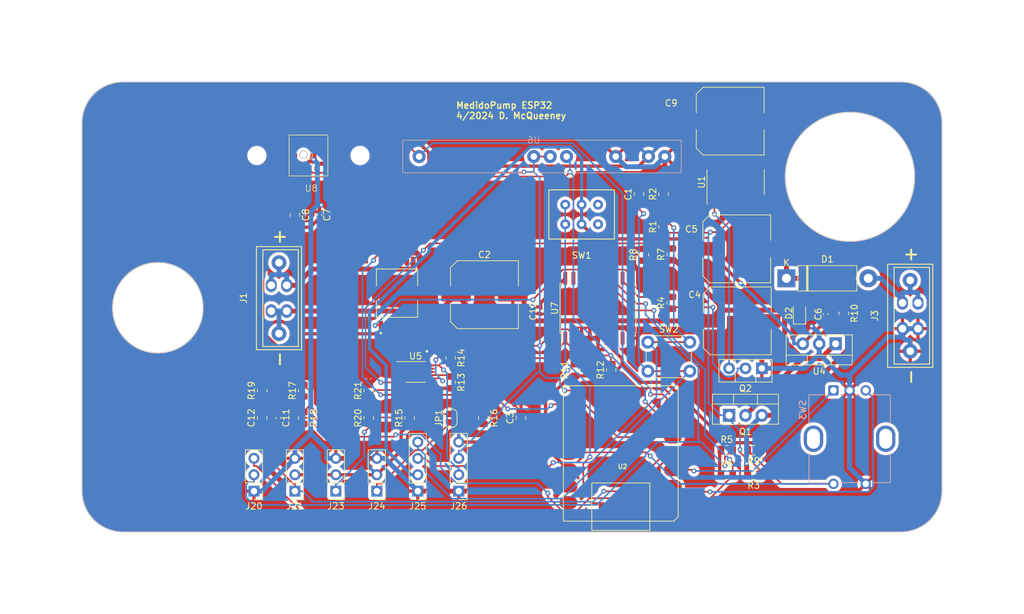
<source format=kicad_pcb>
(kicad_pcb (version 20221018) (generator pcbnew)
  (layers (0 "F.Cu" signal) (31 "B.Cu" signal) (34 "B.Paste" user) (35 "F.Paste" user) (36 "B.SilkS" user "B.Silkscreen") (37 "F.SilkS" user "F.Silkscreen") (38 "B.Mask" user) (39 "F.Mask" user) (44 "Edge.Cuts" user))
  (net 0 "")
  (net 1 "VBATT")
  (net 2 "GND")
  (net 3 "+5V")
  (net 4 "+3V3")
  (net 5 "S3")
  (net 6 "FLOW")
  (net 7 "Net-(D1-A)")
  (net 8 "SCL")
  (net 9 "SDA")
  (net 10 "OLEDRST")
  (net 11 "S2")
  (net 12 "Net-(JP1-B)")
  (net 13 "CLR")
  (net 14 "PWROFF")
  (net 15 "PRESS")
  (net 16 "VBR")
  (net 17 "SWA")
  (net 18 "SWB")
  (net 19 "PWM")
  (net 20 "DIR")
  (net 22 "Net-(D2-A)")
  (net 23 "HALL")
  (net 24 "FWD")
  (net 25 "REV")
  (net 26 "Net-(U8-VO-)")
  (net 27 "Net-(U8-VO+)")
  (net 28 "Net-(D1-K)")
  (net 29 "Net-(J1-P1)")
  (net 30 "Net-(J1-P4)")
  (net 31 "Net-(Q1-G)")
  (net 32 "Net-(Q2-B)")
  (net 33 "Net-(Q2-C)")
  (net 34 "Net-(U5-A3)")
  (net 35 "Net-(U5-A2)")
  (net 36 "Net-(U2-5V)")
  (net 55 "Net-(J23-Pin_1)")
  (net 56 "Net-(J24-Pin_1)")
  (footprint "MedidoFootprints:SmallSlider" (layer "F.Cu") (at 153.67 89.154)
    (fp_text reference "SW1")
    (fp_text value "SW_DPST")
  )
  (footprint "MedidoFootprints:CONV_IFX9201SGAUMA1" (layer "F.Cu") (at 125.05 102.6325 90)
    (fp_text reference "U3")
    (fp_text value "IFX9201")
  )
  (footprint "Connector_PinHeader_2.54mm:PinHeader_1x03_P2.54mm_Vertical" (layer "F.Cu") (at 109.22 133.35 180)
    (fp_text reference "J21")
    (fp_text value "Hall Sensor")
  )
  (footprint "Resistor_SMD:R_0805_2012Metric" (layer "F.Cu") (at 176.1725 127)
    (fp_text reference "R5")
    (fp_text value "10K")
  )
  (footprint "Resistor_SMD:R_0805_2012Metric" (layer "F.Cu") (at 176.1725 130.81)
    (fp_text reference "R6")
    (fp_text value "10K")
  )
  (footprint "MedidoFootprints:MultiplexConn" (layer "F.Cu") (at 106.75 103.41 -90)
    (fp_text reference "J1")
    (fp_text value "MultiplexConn")
  )
  (footprint "Capacitor_SMD:C_Elec_10x10.2" (layer "F.Cu") (at 176.702 75.946)
    (fp_text reference "C9")
    (fp_text value "150 uF")
  )
  (footprint "Resistor_SMD:R_0805_2012Metric" (layer "F.Cu") (at 166.37 87.2725 90)
    (fp_text reference "R2")
    (fp_text value "100K")
  )
  (footprint "Aviator:SeeedS3" (layer "F.Cu") (at 168.638 117.008 180)
    (fp_text reference "U2")
    (fp_text value "SEEED Xiao ESP32 C3")
  )
  (footprint "Capacitor_SMD:C_Elec_10x10.2" (layer "F.Cu") (at 177.8 106.934)
    (fp_text reference "C4")
    (fp_text value "150 uF")
  )
  (footprint "Package_SO:SOIC-18W_7.5x11.6mm_P1.27mm" (layer "F.Cu") (at 156.21 104.98 90)
    (fp_text reference "U7")
    (fp_text value "MCP23008-xSO")
  )
  (footprint "Resistor_SMD:R_0805_2012Metric" (layer "F.Cu") (at 138.43 122.005 -90)
    (fp_text reference "R16")
    (fp_text value "2K2")
  )
  (footprint "LED_SMD:LED_0805_2012Metric" (layer "F.Cu") (at 187.452 105.7425 90)
    (fp_text reference "D2")
    (fp_text value "Power")
  )
  (footprint "Resistor_SMD:R_0805_2012Metric" (layer "F.Cu") (at 127 122.005 90)
    (fp_text reference "R15")
    (fp_text value "2K2")
  )
  (footprint "Connector_PinHeader_2.54mm:PinHeader_1x03_P2.54mm_Vertical" (layer "F.Cu") (at 115.57 133.35 180)
    (fp_text reference "J23")
    (fp_text value "Press_Sens")
  )
  (footprint "MedidoFootprints:HoneywellMPRL" (layer "F.Cu") (at 111.32 81.28)
    (fp_text reference "U8")
    (fp_text value "MPRL Pressure")
  )
  (footprint "Capacitor_SMD:C_0402_1005Metric" (layer "F.Cu") (at 147.32 105.41 90)
    (fp_text reference "C10")
    (fp_text value "0.1 uF")
  )
  (footprint "Connector_PinHeader_2.54mm:PinHeader_1x04_P2.54mm_Vertical" (layer "F.Cu") (at 134.62 133.35 180)
    (fp_text reference "J26")
    (fp_text value "I2C")
  )
  (footprint "Resistor_SMD:R_0805_2012Metric" (layer "F.Cu") (at 158.242 114.554 90)
    (fp_text reference "R12")
    (fp_text value "1K")
  )
  (footprint "Resistor_SMD:R_0805_2012Metric" (layer "F.Cu") (at 163.322 96.6705 90)
    (fp_text reference "R8")
    (fp_text value "6K8")
  )
  (footprint "Resistor_SMD:R_0805_2012Metric" (layer "F.Cu") (at 110.49 117.7525 90)
    (fp_text reference "R17")
    (fp_text value "10K")
  )
  (footprint "Capacitor_SMD:C_0805_2012Metric" (layer "F.Cu") (at 104.14 121.985 90)
    (fp_text reference "C12")
    (fp_text value "4.7 nF")
  )
  (footprint "Resistor_SMD:R_0805_2012Metric" (layer "F.Cu") (at 104.14 117.7525 90)
    (fp_text reference "R19")
    (fp_text value "10K")
  )
  (footprint "Jumper:SolderJumper-2_P1.3mm_Open_RoundedPad1.0x1.5mm" (layer "F.Cu") (at 133.35 122.035 90)
    (fp_text reference "JP1")
    (fp_text value "JPF")
  )
  (footprint "Capacitor_SMD:C_Elec_10x10.2" (layer "F.Cu") (at 177.718 95.758)
    (fp_text reference "C5")
    (fp_text value "10 uF")
  )
  (footprint "Resistor_SMD:R_0805_2012Metric" (layer "F.Cu") (at 110.49 122.005 -90)
    (fp_text reference "R18")
    (fp_text value "3K3")
  )
  (footprint "Package_SO:VSSOP-10_3x3mm_P0.5mm" (layer "F.Cu") (at 127.93 114.855)
    (fp_text reference "U5")
    (fp_text value "ADS_1015")
  )
  (footprint "Resistor_SMD:R_0805_2012Metric" (layer "F.Cu") (at 120.65 117.7525 90)
    (fp_text reference "R21")
    (fp_text value "33K")
  )
  (footprint "Resistor_SMD:R_0805_2012Metric" (layer "F.Cu") (at 166.37 92.3525 90)
    (fp_text reference "R1")
    (fp_text value "100K")
  )
  (footprint "Button_Switch_THT:SW_PUSH_6mm" (layer "F.Cu") (at 163.934 110.236)
    (fp_text reference "SW2")
    (fp_text value "On/Off")
  )
  (footprint "Package_TO_SOT_THT:TO-126-3_Vertical" (layer "F.Cu") (at 181.61 114.3 180)
    (fp_text reference "Q2")
    (fp_text value "2N3904")
  )
  (footprint "Diode_THT:D_5W_P12.70mm_Horizontal" (layer "F.Cu") (at 185.42 100.33)
    (fp_text reference "D1")
    (fp_text value "Input Protection")
  )
  (footprint "Resistor_SMD:R_0805_2012Metric" (layer "F.Cu") (at 133.35 116.4825 -90)
    (fp_text reference "R13")
    (fp_text value "10K")
  )
  (footprint "Resistor_SMD:R_0805_2012Metric" (layer "F.Cu") (at 120.65 122.005 90)
    (fp_text reference "R20")
    (fp_text value "22K")
  )
  (footprint "Resistor_SMD:R_0805_2012Metric" (layer "F.Cu") (at 167.64 104.14 90)
    (fp_text reference "R4")
    (fp_text value "1K")
  )
  (footprint "Connector_PinHeader_2.54mm:PinHeader_1x03_P2.54mm_Vertical" (layer "F.Cu") (at 121.92 133.35 180)
    (fp_text reference "J24")
    (fp_text value "Flow_Sensor")
  )
  (footprint "Package_TO_SOT_THT:TO-220-3_Vertical" (layer "F.Cu") (at 176.53 121.595)
    (fp_text reference "Q1")
    (fp_text value "Q_PMOS_GDS")
  )
  (footprint "Resistor_SMD:R_0805_2012Metric" (layer "F.Cu") (at 152.654 114.554 90)
    (fp_text reference "R11")
    (fp_text value "1K")
  )
  (footprint "Capacitor_SMD:C_0805_2012Metric" (layer "F.Cu") (at 144.272 121.985 90)
    (fp_text reference "C3")
    (fp_text value "0.1uF")
  )
  (footprint "Capacitor_SMD:C_0402_1005Metric" (layer "F.Cu") (at 113.03 90.49 -90)
    (fp_text reference "C7")
    (fp_text value "0.1 uF")
  )
  (footprint "Package_SO:SOIC-14_3.9x8.7mm_P1.27mm" (layer "F.Cu") (at 177.546 85.409 90)
    (fp_text reference "U1")
    (fp_text value "40106")
  )
  (footprint "Resistor_SMD:R_0805_2012Metric" (layer "F.Cu") (at 167.64 96.6235 90)
    (fp_text reference "R7")
    (fp_text value "22K")
  )
  (footprint "Package_TO_SOT_THT:TO-220-3_Vertical" (layer "F.Cu") (at 193.04 110.49 180)
    (fp_text reference "U4")
    (fp_text value "LM7805_TO220")
  )
  (footprint "Capacitor_SMD:C_Elec_10x10.2" (layer "F.Cu") (at 138.602 102.87)
    (fp_text reference "C2")
    (fp_text value "150 uF")
  )
  (footprint "Capacitor_SMD:C_0805_2012Metric" (layer "F.Cu") (at 109.22 90.49 -90)
    (fp_text reference "C8")
    (fp_text value "1 nF")
  )
  (footprint "Connector_PinHeader_2.54mm:PinHeader_1x03_P2.54mm_Vertical" (layer "F.Cu") (at 102.87 133.35 180)
    (fp_text reference "J20")
    (fp_text value "Fwd/Off/Rev")
  )
  (footprint "Resistor_SMD:R_0805_2012Metric" (layer "F.Cu") (at 133.35 112.6725 -90)
    (fp_text reference "R14")
    (fp_text value "10K")
  )
  (footprint "Resistor_SMD:R_0805_2012Metric" (layer "F.Cu") (at 180.34 127 180)
    (fp_text reference "R9")
    (fp_text value "10K")
  )
  (footprint "MedidoFootprints:MultiplexConn" (layer "F.Cu") (at 204.61 106.14 -90)
    (fp_text reference "J3")
    (fp_text value "MultiplexConn")
  )
  (footprint "Capacitor_SMD:C_0402_1005Metric" (layer "F.Cu") (at 191.516 105.89 90)
    (fp_text reference "C6")
    (fp_text value "0.1 uF")
  )
  (footprint "Capacitor_SMD:C_0805_2012Metric" (layer "F.Cu") (at 162.56 87.2725 90)
    (fp_text reference "C1")
    (fp_text value "0.1uF")
  )
  (footprint "Resistor_SMD:R_0805_2012Metric" (layer "F.Cu") (at 194.31 105.7625 -90)
    (fp_text reference "R10")
    (fp_text value "330R")
  )
  (footprint "Resistor_SMD:R_0805_2012Metric" (layer "F.Cu") (at 180.34 130.81 180)
    (fp_text reference "R3")
    (fp_text value "10K")
  )
  (footprint "Capacitor_SMD:C_0402_1005Metric" (layer "F.Cu") (at 106.68 121.985 -90)
    (fp_text reference "C11")
    (fp_text value "0.1 uF")
  )
  (footprint "Connector_PinHeader_2.54mm:PinHeader_1x04_P2.54mm_Vertical" (layer "F.Cu") (at 128.27 133.35 180)
    (fp_text reference "J25")
    (fp_text value "PwrButton")
  )
  (footprint "MedidoFootprints:SSD1305_OLED" (layer "B.Cu") (at 166.5732 81.4324 180)
    (fp_text reference "U6")
    (fp_text value "SSD1305 OLED")
  )
  (footprint "Rotary_Encoder:RotaryEncoder_Bourns_Vertical_PEC12R-3x17F-Sxxxx" (layer "B.Cu") (at 192.7124 117.722 -90)
    (fp_text reference "SW3")
    (fp_text value "Pressure Limit")
  )
  (gr_line (start 82.55 69.85) (end 203.2 69.85) (stroke (width 0.15)) (layer "Edge.Cuts"))
  (gr_arc (start 82.55 139.7) (mid 78.059872 137.840128) (end 76.2 133.35) (stroke (width 0.15)) (layer "Edge.Cuts"))
  (gr_arc (start 76.2 76.2) (mid 78.059872 71.709872) (end 82.55 69.85) (stroke (width 0.15)) (layer "Edge.Cuts"))
  (gr_arc (start 203.2 69.85) (mid 207.690128 71.709872) (end 209.55 76.2) (stroke (width 0.15)) (layer "Edge.Cuts"))
  (gr_line (start 76.2 133.35) (end 76.2 76.2) (stroke (width 0.15)) (layer "Edge.Cuts"))
  (gr_line (start 203.2 139.7) (end 82.55 139.7) (stroke (width 0.15)) (layer "Edge.Cuts"))
  (gr_circle (center 87.972988 104.902) (end 94.972988 104.902) (stroke (width 0.15)) (fill none) (layer "Edge.Cuts"))
  (gr_line (start 209.55 76.2) (end 209.55 133.35) (stroke (width 0.15)) (layer "Edge.Cuts"))
  (gr_circle (center 195.276853 84.582) (end 205.276853 84.582) (stroke (width 0.15)) (fill none) (layer "Edge.Cuts"))
  (gr_arc (start 209.55 133.35) (mid 207.690128 137.840128) (end 203.2 139.7) (stroke (width 0.15)) (layer "Edge.Cuts"))
  (gr_text "MedidoPump ESP32\n4/2024 D. McQueeney" (at 134.112 75.692) (layer "F.SilkS") (effects (font (size 1 1) (thickness 0.2) bold) (justify left bottom)))
  (segment (start 168.1454 97.536) (end 167.64 97.536) (width 0.762) (layer "F.Cu") (net 1))
  (segment (start 190.7471 112.7829) (end 187.8821 112.7829) (width 0.762) (layer "F.Cu") (net 1))
  (segment (start 184.5536 105.2725) (end 175.0615 105.2725) (width 0.762) (layer "F.Cu") (net 1))
  (segment (start 173.4 106.934) (end 175.0615 105.2725) (width 0.762) (layer "F.Cu") (net 1))
  (segment (start 185.14 110.0408) (end 185.14 105.8589) (width 0.762) (layer "F.Cu") (net 1))
  (segment (start 138.266 106.934) (end 173.4 106.934) (width 0.762) (layer "F.Cu") (net 1))
  (segment (start 175.0615 105.2725) (end 175.0615 104.4521) (width 0.762) (layer "F.Cu") (net 1))
  (segment (start 134.202 102.87) (end 138.266 106.934) (width 0.762) (layer "F.Cu") (net 1))
  (segment (start 185.14 105.8589) (end 184.5536 105.2725) (width 0.762) (layer "F.Cu") (net 1))
  (segment (start 193.04 110.49) (end 190.7471 112.7829) (width 0.762) (layer "F.Cu") (net 1))
  (segment (start 125.55 108.7993) (end 125.6061 108.8554) (width 0.762) (layer "F.Cu") (net 1))
  (segment (start 128.2166 108.8554) (end 134.202 102.87) (width 0.762) (layer "F.Cu") (net 1))
  (segment (start 179.07 121.595) (end 187.8821 112.7829) (width 0.762) (layer "F.Cu") (net 1))
  (segment (start 125.55 107.6075) (end 125.55 108.7993) (width 0.6498) (layer "F.Cu") (net 1))
  (segment (start 125.6061 108.8554) (end 128.2166 108.8554) (width 0.762) (layer "F.Cu") (net 1))
  (segment (start 175.0615 104.4521) (end 168.1454 97.536) (width 0.762) (layer "F.Cu") (net 1))
  (segment (start 187.8821 112.7829) (end 185.14 110.0408) (width 0.762) (layer "F.Cu") (net 1))
  (segment (start 181.61 107.524) (end 182.2 106.934) (width 0.762) (layer "F.Cu") (net 2))
  (segment (start 156.21 108.8197) (end 157.0284 108.0013) (width 0.762) (layer "F.Cu") (net 2))
  (segment (start 133.35 113.585) (end 134.6556 114.8906) (width 0.254) (layer "F.Cu") (net 2))
  (segment (start 179.6145 86.3306) (end 179.6145 84.8263) (width 0.762) (layer "F.Cu") (net 2))
  (segment (start 181.102 75.946) (end 180.086 76.962) (width 0.762) (layer "F.Cu") (net 2))
  (segment (start 177.546 83.6067) (end 177.546 83.1304) (width 0.601) (layer "F.Cu") (net 2))
  (segment (start 123.55 96.4096) (end 124.55 96.4096) (width 0.762) (layer "F.Cu") (net 2))
  (segment (start 128.1448 96.4096) (end 128.5085 96.7733) (width 0.762) (layer "F.Cu") (net 2))
  (segment (start 109.22 128.27) (end 109.22 122.9175) (width 0.762) (layer "F.Cu") (net 2))
  (segment (start 189.3155 105.8501) (end 189.6475 105.5181) (width 0.762) (layer "F.Cu") (net 2))
  (segment (start 174.8999 84.5323) (end 175.006 84.4262) (width 0.762) (layer "F.Cu") (net 2))
  (segment (start 175.006 82.934) (end 175.006 84.4262) (width 0.762) (layer "F.Cu") (net 2))
  (segment (start 166.5732 83.1184) (end 166.5732 81.4324) (width 0.762) (layer "F.Cu") (net 2))
  (segment (start 128.5085 100.9261) (end 141.0581 100.9261) (width 0.762) (layer "F.Cu") (net 2))
  (segment (start 180.606 86.3306) (end 179.6145 86.3306) (width 0.762) (layer "F.Cu") (net 2))
  (segment (start 180.086 83.6672) (end 179.2707 84.4825) (width 0.762) (layer "F.Cu") (net 2))
  (segment (start 181.61 108.6481) (end 161.4537 108.6481) (width 0.762) (layer "F.Cu") (net 2))
  (segment (start 128.275 101.1596) (end 128.5085 100.9261) (width 0.762) (layer "F.Cu") (net 2))
  (segment (start 133.35 117.395) (end 130.0219 117.395) (width 0.254) (layer "F.Cu") (net 2))
  (segment (start 127.55 107.6075) (end 127.55 106.3596) (width 0.762) (layer "F.Cu") (net 2))
  (segment (start 110.49 122.9175) (end 109.22 122.9175) (width 0.762) (layer "F.Cu") (net 2))
  (segment (start 133.35 117.395) (end 133.4214 117.395) (width 0.254) (layer "F.Cu") (net 2))
  (segment (start 178.816 87.1291) (end 178.816 87.884) (width 0.762) (layer "F.Cu") (net 2))
  (segment (start 182.118 101.346) (end 182.118 95.758) (width 0.762) (layer "F.Cu") (net 2))
  (segment (start 123.4419 90.01) (end 123.55 90.1181) (width 0.254) (layer "F.Cu") (net 2))
  (segment (start 127.3389 113.855) (end 125.73 113.855) (width 0.3004) (layer "F.Cu") (net 2))
  (segment (start 125.974 96.4096) (end 126.55 96.4096) (width 0.762) (layer "F.Cu") (net 2))
  (segment (start 128.27 133.35) (end 134.62 133.35) (width 0.762) (layer "F.Cu") (net 2))
  (segment (start 124.55 97.0335) (end 124.55 96.4096) (width 0.762) (layer "F.Cu") (net 2))
  (segment (start 189.3155 107.7411) (end 189.3155 105.8501) (width 0.762) (layer "F.Cu") (net 2))
  (segment (start 123.6407 114.855) (end 122.635 114.855) (width 0.762) (layer "F.Cu") (net 2))
  (segment (start 107.1325 122.9175) (end 106.68 122.465) (width 0.762) (layer "F.Cu") (net 2))
  (segment (start 127.55 106.3596) (end 128.275 105.6346) (width 0.762) (layer "F.Cu") (net 2))
  (segment (start 126.55 97.6575) (end 126.55 96.4096) (width 0.762) (layer "F.Cu") (net 2))
  (segment (start 112.1048 81.1892) (end 112.1048 81.0203) (width 0.762) (layer "F.Cu") (net 2))
  (segment (start 126.55 93.1181) (end 133.3456 86.3225) (width 0.762) (layer "F.Cu") (net 2))
  (segment (start 151.8583 95.758) (end 144.7463 102.87) (width 0.762) (layer "F.Cu") (net 2))
  (segment (start 177.546 83.1304) (end 177.546 82.934) (width 0.762) (layer "F.Cu") (net 2))
  (segment (start 124.55 97.0335) (end 125.55 97.0335) (width 0.762) (layer "F.Cu") (net 2))
  (segment (start 109.6851 115.7536) (end 119.5636 115.7536) (width 0.762) (layer "F.Cu") (net 2))
  (segment (start 181.61 108.6481) (end 181.61 107.524) (width 0.762) (layer "F.Cu") (net 2))
  (segment (start 175.006 84.4262) (end 175.404 84.4262) (width 0.601) (layer "F.Cu") (net 2))
  (segment (start 125.55 97.3455) (end 125.55 97.0335) (width 0.762) (layer "F.Cu") (net 2))
  (segment (start 124.55 97.6575) (end 124.55 97.0335) (width 0.762) (layer "F.Cu") (net 2))
  (segment (start 113.03 90.01) (end 123.4419 90.01) (width 0.254) (layer "F.Cu") (net 2))
  (segment (start 166.5732 83.1184) (end 167.9871 84.5323) (width 0.762) (layer "F.Cu") (net 2))
  (segment (start 181.356 87.884) (end 181.356 87.0806) (width 0.762) (layer "F.Cu") (net 2))
  (segment (start 105.3181 122.935) (end 105.7881 122.465) (width 0.762) (layer "F.Cu") (net 2))
  (segment (start 134.6556 116.1608) (end 134.6556 114.8906) (width 0.762) (layer "F.Cu") (net 2))
  (segment (start 127.4819 114.855) (end 130.0219 117.395) (width 0.762) (layer "F.Cu") (net 2))
  (segment (start 177.546 83.6622) (end 177.546 83.6067) (width 0.762) (layer "F.Cu") (net 2))
  (segment (start 165.7641 83.1184) (end 166.5732 83.1184) (width 0.762) (layer "F.Cu") (net 2))
  (segment (start 128.275 102.6325) (end 125.05 102.6325) (width 0.762) (layer "F.Cu") (net 2))
  (segment (start 180.086 82.934) (end 180.086 83.6672) (width 0.762) (layer "F.Cu") (net 2))
  (segment (start 136.8049 132.588) (end 151.638 132.588) (width 0.762) (layer "F.Cu") (net 2))
  (segment (start 127.3389 114.855) (end 127.3389 113.855) (width 0.762) (layer "F.Cu") (net 2))
  (segment (start 126.55 93.1181) (end 126.55 96.4096) (width 0.762) (layer "F.Cu") (net 2))
  (segment (start 181.356 87.0806) (end 180.606 86.3306) (width 0.762) (layer "F.Cu") (net 2))
  (segment (start 156.21 109.63) (end 156.21 108.8197) (width 0.762) (layer "F.Cu") (net 2))
  (segment (start 113.03 89.2516) (end 113.3123 88.9693) (width 0.254) (layer "F.Cu") (net 2))
  (segment (start 106.9593 119.5582) (end 106.9593 118.4794) (width 0.762) (layer "F.Cu") (net 2))
  (segment (start 189.6475 105.5181) (end 191.4079 105.5181) (width 0.5608) (layer "F.Cu") (net 2))
  (segment (start 179.6145 84.8263) (end 179.2707 84.4825) (width 0.762) (layer "F.Cu") (net 2))
  (segment (start 160.4795 108.0013) (end 161.29 108.8118) (width 0.762) (layer "F.Cu") (net 2))
  (segment (start 123.55 90.1181) (end 126.55 93.1181) (width 0.762) (layer "F.Cu") (net 2))
  (segment (start 153.67 109.63) (end 154.94 109.63) (width 0.762) (layer "F.Cu") (net 2))
  (segment (start 141.0581 100.9261) (end 143.002 102.87) (width 0.762) (layer "F.Cu") (net 2))
  (segment (start 123.6407 114.855) (end 125.73 114.855) (width 0.3004) (layer "F.Cu") (net 2))
  (segment (start 126.55 96.4096) (end 128.1448 96.4096) (width 0.762) (layer "F.Cu") (net 2))
  (segment (start 144.7463 105.7819) (end 147.2119 105.7819) (width 0.5608) (layer "F.Cu") (net 2))
  (segment (start 179.6145 86.3306) (end 178.816 87.1291) (width 0.762) (layer "F.Cu") (net 2))
  (segment (start 157.0284 108.0013) (end 160.4795 108.0013) (width 0.762) (layer "F.Cu") (net 2))
  (segment (start 106.9593 118.4794) (end 109.6851 115.7536) (width 0.762) (layer "F.Cu") (net 2))
  (segment (start 144.7463 102.87) (end 143.002 102.87) (width 0.762) (layer "F.Cu") (net 2))
  (segment (start 121.825 102.6325) (end 125.05 102.6325) (width 0.762) (layer "F.Cu") (net 2))
  (segment (start 179.2707 84.4825) (end 178.3663 84.4825) (width 0.762) (layer "F.Cu") (net 2))
  (segment (start 187.452 106.68) (end 182.118 101.346) (width 0.762) (layer "F.Cu") (net 2))
  (segment (start 105.7881 122.465) (end 105.7881 120.7294) (width 0.762) (layer "F.Cu") (net 2))
  (segment (start 125.55 96.8336) (end 125.974 96.4096) (width 0.762) (layer "F.Cu") (net 2))
  (segment (start 182.118 95.758) (end 182.118 88.646) (width 0.762) (layer "F.Cu") (net 2))
  (segment (start 127.3389 114.855) (end 125.73 114.855) (width 0.3004) (layer "F.Cu") (net 2))
  (segment (start 113.03 90.01) (end 113.03 89.2516) (width 0.254) (layer "F.Cu") (net 2))
  (segment (start 104.14 122.935) (end 105.3181 122.935) (width 0.762) (layer "F.Cu") (net 2))
  (segment (start 122.635 114.855) (end 120.65 116.84) (width 0.762) (layer "F.Cu") (net 2))
  (segment (start 162.56 86.3225) (end 165.7641 83.1184) (width 0.762) (layer "F.Cu") (net 2))
  (segment (start 144.272 121.035) (end 139.3978 116.1608) (width 0.254) (layer "F.Cu") (net 2))
  (segment (start 147.2119 105.7819) (end 147.32 105.89) (width 0.5608) (layer "F.Cu") (net 2))
  (segment (start 188.5131 107.7411) (end 187.452 106.68) (width 0.762) (layer "F.Cu") (net 2))
  (segment (start 128.5085 96.7733) (end 128.5085 100.9261) (width 0.762) (layer "F.Cu") (net 2))
  (segment (start 136.0429 133.35) (end 136.8049 132.588) (width 0.762) (layer "F.Cu") (net 2))
  (segment (start 133.3456 86.3225) (end 162.56 86.3225) (width 0.762) (layer "F.Cu") (net 2))
  (segment (start 175.4432 84.4262) (end 176.782 84.4262) (width 0.601) (layer "F.Cu") (net 2))
  (segment (start 156.21 109.63) (end 154.94 109.63) (width 0.762) (layer "F.Cu") (net 2))
  (segment (start 176.782 84.4262) (end 177.546 83.6622) (width 0.601) (layer "F.Cu") (net 2))
  (segment (start 128.275 105.6346) (end 128.275 102.6325) (width 0.762) (layer "F.Cu") (net 2))
  (segment (start 167.9871 84.5323) (end 174.8999 84.5323) (width 0.762) (layer "F.Cu") (net 2))
  (segment (start 113.284 80.01) (end 112.1048 81.1892) (width 0.254) (layer "F.Cu") (net 2))
  (segment (start 144.7463 102.87) (end 144.7463 105.7819) (width 0.762) (layer "F.Cu") (net 2))
  (segment (start 175.4432 84.4262) (end 175.404 84.4262) (width 0.762) (layer "F.Cu") (net 2))
  (segment (start 139.3978 116.1608) (end 134.6556 116.1608) (width 0.762) (layer "F.Cu") (net 2))
  (segment (start 109.22 122.9175) (end 107.1325 122.9175) (width 0.762) (layer "F.Cu") (net 2))
  (segment (start 161.4537 108.6481) (end 161.29 108.8118) (width 0.762) (layer "F.Cu") (net 2))
  (segment (start 163.322 95.758) (end 151.8583 95.758) (width 0.762) (layer "F.Cu") (net 2))
  (segment (start 134.62 133.35) (end 136.0429 133.35) (width 0.762) (layer "F.Cu") (net 2))
  (segment (start 182.118 88.646) (end 181.356 87.884) (width 0.762) (layer "F.Cu") (net 2))
  (segment (start 119.5636 115.7536) (end 120.65 116.84) (width 0.762) (layer "F.Cu") (net 2))
  (segment (start 125.55 97.6575) (end 125.55 97.3455) (width 0.762) (layer "F.Cu") (net 2))
  (segment (start 121.92 128.27) (end 115.57 128.27) (width 0.762) (layer "F.Cu") (net 2))
  (segment (start 133.4214 117.395) (end 134.6556 116.1608) (width 0.254) (layer "F.Cu") (net 2))
  (segment (start 161.29 108.8118) (end 161.29 109.63) (width 0.762) (layer "F.Cu") (net 2))
  (segment (start 105.7881 120.7294) (end 106.9593 119.5582) (width 0.762) (layer "F.Cu") (net 2))
  (segment (start 125.55 97.0335) (end 125.55 96.8336) (width 0.762) (layer "F.Cu") (net 2))
  (segment (start 189.3155 107.7411) (end 188.5131 107.7411) (width 0.762) (layer "F.Cu") (net 2))
  (segment (start 113.42 80.01) (end 113.284 80.01) (width 0.254) (layer "F.Cu") (net 2))
  (segment (start 181.61 114.3) (end 181.61 108.6481) (width 0.762) (layer "F.Cu") (net 2))
  (segment (start 178.3663 84.4825) (end 177.546 83.6622) (width 0.762) (layer "F.Cu") (net 2))
  (segment (start 128.275 102.6325) (end 128.275 101.1596) (width 0.762) (layer "F.Cu") (net 2))
  (segment (start 191.4079 105.5181) (end 191.516 105.41) (width 0.5608) (layer "F.Cu") (net 2))
  (segment (start 112.1048 81.8971) (end 112.1048 81.1892) (width 0.762) (layer "F.Cu") (net 2))
  (segment (start 123.55 97.6575) (end 123.55 96.4096) (width 0.762) (layer "F.Cu") (net 2))
  (segment (start 106.68 122.465) (end 105.7881 122.465) (width 0.762) (layer "F.Cu") (net 2))
  (segment (start 180.086 76.962) (end 180.086 82.934) (width 0.762) (layer "F.Cu") (net 2))
  (segment (start 127.4819 114.855) (end 127.3389 114.855) (width 0.3004) (layer "F.Cu") (net 2))
  (via (at 113.3123 88.9693) (size 0.762) (drill 0.381) (layers "F.Cu" "B.Cu") (net 2))
  (via (at 112.1048 81.8971) (size 0.762) (drill 0.381) (layers "F.Cu" "B.Cu") (net 2))
  (via (at 189.3155 107.7411) (size 0.762) (drill 0.381) (layers "F.Cu" "B.Cu") (net 2))
  (segment (start 190.5 110.49) (end 190.5 108.9171) (width 0.762) (layer "B.Cu") (net 2))
  (segment (start 111.6836 89.9943) (end 112.7086 88.9693) (width 0.762) (layer "B.Cu") (net 2))
  (segment (start 114.1471 128.27) (end 114.1471 126.8471) (width 0.762) (layer "B.Cu") (net 2))
  (segment (start 190.5 108.9171) (end 190.4915 108.9171) (width 0.762) (layer "B.Cu") (net 2))
  (segment (start 204.61 111.64) (end 204.61 109.9171) (width 0.762) (layer "B.Cu") (net 2))
  (segment (start 111.6836 124.3836) (end 111.6836 89.9943) (width 0.762) (layer "B.Cu") (net 2))
  (segment (start 203.41 108.14) (end 203.41 109.44) (width 0.762) (layer "B.Cu") (net 2))
  (segment (start 203.8871 109.9171) (end 204.61 109.9171) (width 0.762) (layer "B.Cu") (net 2))
  (segment (start 181.61 114.3) (end 188.2629 114.3) (width 0.762) (layer "B.Cu") (net 2))
  (segment (start 203.41 109.44) (end 203.41 109.1171) (width 0.762) (layer "B.Cu") (net 2))
  (segment (start 113.3123 88.9693) (end 112.7086 88.9693) (width 0.762) (layer "B.Cu") (net 2))
  (segment (start 195.2124 117.722) (end 195.2124 115.327) (width 0.762) (layer "B.Cu") (net 2))
  (segment (start 104.2929 133.1971) (end 109.22 128.27) (width 0.762) (layer "B.Cu") (net 2))
  (segment (start 166.5732 81.4324) (end 164.9802 83.0254) (width 0.762) (layer "B.Cu") (net 2))
  (segment (start 102.87 133.35) (end 104.2929 133.35) (width 0.762) (layer "B.Cu") (net 2))
  (segment (start 114.1471 126.8471) (end 111.6836 124.3836) (width 0.762) (layer "B.Cu") (net 2))
  (segment (start 193.7641 115.327) (end 190.5 112.0629) (width 0.762) (layer "B.Cu") (net 2))
  (segment (start 104.2929 133.35) (end 104.2929 133.1971) (width 0.762) (layer "B.Cu") (net 2))
  (segment (start 123.3429 128.27) (end 123.3429 128.4229) (width 0.762) (layer "B.Cu") (net 2))
  (segment (start 164.9802 83.0254) (end 160.5462 83.0254) (width 0.762) (layer "B.Cu") (net 2))
  (segment (start 197.7124 132.222) (end 195.2124 129.722) (width 0.762) (layer "B.Cu") (net 2))
  (segment (start 160.5462 83.0254) (end 158.9532 81.4324) (width 0.762) (layer "B.Cu") (net 2))
  (segment (start 112.7086 82.5009) (end 112.7086 88.9693) (width 0.762) (layer "B.Cu") (net 2))
  (segment (start 205.81 108.14) (end 204.3871 108.14) (width 0.762) (layer "B.Cu") (net 2))
  (segment (start 203.41 109.1171) (end 204.3871 108.14) (width 0.762) (layer "B.Cu") (net 2))
  (segment (start 112.1048 81.8971) (end 112.7086 82.5009) (width 0.762) (layer "B.Cu") (net 2))
  (segment (start 121.92 128.27) (end 123.3429 128.27) (width 0.762) (layer "B.Cu") (net 2))
  (segment (start 123.3429 128.4229) (end 128.27 133.35) (width 0.762) (layer "B.Cu") (net 2))
  (segment (start 190.4915 108.9171) (end 189.3155 107.7411) (width 0.762) (layer "B.Cu") (net 2))
  (segment (start 195.2124 129.722) (end 195.2124 117.722) (width 0.762) (layer "B.Cu") (net 2))
  (segment (start 203.41 109.44) (end 203.8871 109.9171) (width 0.762) (layer "B.Cu") (net 2))
  (segment (start 115.57 128.27) (end 114.1471 128.27) (width 0.762) (layer "B.Cu") (net 2))
  (segment (start 111.6836 124.3836) (end 111.6835 124.3836) (width 0.762) (layer "B.Cu") (net 2))
  (segment (start 201.0994 109.44) (end 195.2124 115.327) (width 0.762) (layer "B.Cu") (net 2))
  (segment (start 203.41 109.44) (end 201.0994 109.44) (width 0.762) (layer "B.Cu") (net 2))
  (segment (start 109.22 128.27) (end 109.22 126.8471) (width 0.762) (layer "B.Cu") (net 2))
  (segment (start 195.2124 115.327) (end 193.7641 115.327) (width 0.762) (layer "B.Cu") (net 2))
  (segment (start 190.5 110.49) (end 190.5 112.0629) (width 0.762) (layer "B.Cu") (net 2))
  (segment (start 188.2629 114.3) (end 190.5 112.0629) (width 0.762) (layer "B.Cu") (net 2))
  (segment (start 111.6835 124.3836) (end 109.22 126.8471) (width 0.762) (layer "B.Cu") (net 2))
  (segment (start 121.92 130.81) (end 116.8659 130.81) (width 0.508) (layer "F.Cu") (net 3))
  (segment (start 115.57 130.81) (end 116.8659 130.81) (width 0.508) (layer "F.Cu") (net 3))
  (segment (start 125.6773 127.0527) (end 121.92 130.81) (width 0.508) (layer "F.Cu") (net 3))
  (segment (start 115.57 130.81) (end 109.22 130.81) (width 0.508) (layer "F.Cu") (net 3))
  (segment (start 171.7851 94.2251) (end 155.9471 94.2251) (width 0.508) (layer "F.Cu") (net 3))
  (segment (start 127 122.9175) (end 125.6773 124.2402) (width 0.508) (layer "F.Cu") (net 3))
  (segment (start 125.6773 124.2402) (end 125.6773 127.0527) (width 0.508) (layer "F.Cu") (net 3))
  (segment (start 178.3157 101.0875) (end 173.318 96.0898) (width 0.508) (layer "F.Cu") (net 3))
  (segment (start 191.798 106.652) (end 191.516 106.37) (width 0.508) (layer "F.Cu") (net 3))
  (segment (start 173.318 96.0898) (end 173.318 95.758) (width 0.508) (layer "F.Cu") (net 3))
  (segment (start 194.31 106.675) (end 191.821 106.675) (width 0.508) (layer "F.Cu") (net 3))
  (segment (start 173.318 95.758) (end 171.7851 94.2251) (width 0.508) (layer "F.Cu") (net 3))
  (segment (start 191.821 106.675) (end 191.798 106.652) (width 0.508) (layer "F.Cu") (net 3))
  (segment (start 155.9471 94.2251) (end 153.67 91.948) (width 0.508) (layer "F.Cu") (net 3))
  (segment (start 191.798 106.652) (end 187.96 110.49) (width 0.508) (layer "F.Cu") (net 3))
  (via (at 178.3157 101.0875) (size 0.762) (drill 0.381) (layers "F.Cu" "B.Cu") (net 3))
  (segment (start 130.0209 96.2492) (end 130.0209 95.5969) (width 0.508) (layer "B.Cu") (net 3))
  (segment (start 121.92 130.81) (end 120.5756 129.4656) (width 0.508) (layer "B.Cu") (net 3))
  (segment (start 145.6623 79.9555) (end 151.9764 79.9555) (width 0.508) (layer "B.Cu") (net 3))
  (segment (start 120.805 111.2998) (end 120.805 105.4651) (width 0.508) (layer "B.Cu") (net 3))
  (segment (start 151.9764 79.9555) (end 153.67 81.6491) (width 0.508) (layer "B.Cu") (net 3))
  (segment (start 120.805 105.4651) (end 130.0209 96.2492) (width 0.508) (layer "B.Cu") (net 3))
  (segment (start 120.5756 127.77) (end 121.4121 126.9335) (width 0.508) (layer "B.Cu") (net 3))
  (segment (start 123.361 126.9335) (end 123.361 113.8558) (width 0.508) (layer "B.Cu") (net 3))
  (segment (start 130.0209 95.5969) (end 145.6623 79.9555) (width 0.508) (layer "B.Cu") (net 3))
  (segment (start 123.361 113.8558) (end 120.805 111.2998) (width 0.508) (layer "B.Cu") (net 3))
  (segment (start 121.4121 126.9335) (end 123.361 126.9335) (width 0.508) (layer "B.Cu") (net 3))
  (segment (start 123.361 126.9335) (end 126.9741 130.5466) (width 0.508) (layer "B.Cu") (net 3))
  (segment (start 187.96 110.49) (end 186.5616 110.49) (width 0.508) (layer "B.Cu") (net 3))
  (segment (start 153.67 81.6491) (end 153.67 88.9) (width 0.508) (layer "B.Cu") (net 3))
  (segment (start 120.5756 129.4656) (end 120.5756 127.77) (width 0.508) (layer "B.Cu") (net 3))
  (segment (start 153.67 91.948) (end 153.67 88.9) (width 0.508) (layer "B.Cu") (net 3))
  (segment (start 186.5616 110.49) (end 186.5616 109.3334) (width 0.508) (layer "B.Cu") (net 3))
  (segment (start 128.27 130.81) (end 126.9741 130.81) (width 0.508) (layer "B.Cu") (net 3))
  (segment (start 126.9741 130.5466) (end 126.9741 130.81) (width 0.508) (layer "B.Cu") (net 3))
  (segment (start 186.5616 109.3334) (end 178.3157 101.0875) (width 0.508) (layer "B.Cu") (net 3))
  (segment (start 175.0624 130.6124) (end 175.26 130.81) (width 0.508) (layer "F.Cu") (net 4))
  (segment (start 129.6723 111.6619) (end 128.4209 111.6619) (width 0.508) (layer "F.Cu") (net 4))
  (segment (start 104.2163 96.5504) (end 108.3748 92.3919) (width 0.508) (layer "F.Cu") (net 4))
  (segment (start 158.242 115.4665) (end 160.0035 113.705) (width 0.508) (layer "F.Cu") (net 4))
  (segment (start 144.272 122.935) (end 146.049 122.935) (width 0.254) (layer "F.Cu") (net 4))
  (segment (start 127.4418 78.3111) (end 109.5868 78.3111) (width 0.508) (layer "F.Cu") (net 4))
  (segment (start 176.4166 125.8434) (end 180.0959 125.8434) (width 0.508) (layer "F.Cu") (net 4))
  (segment (start 164.0332 81.4324) (end 169.5196 75.946) (width 0.508) (layer "F.Cu") (net 4))
  (segment (start 145.9658 104.7678) (end 147.32 104.7678) (width 0.508) (layer "F.Cu") (net 4))
  (segment (start 144.7727 122.8548) (end 144.7727 122.935) (width 0.508) (layer "F.Cu") (net 4))
  (segment (start 128.4209 114.5696) (end 128.4209 111.6619) (width 0.508) (layer "F.Cu") (net 4))
  (segment (start 107.9178 91.9349) (end 108.3748 92.3919) (width 0.508) (layer "F.Cu") (net 4))
  (segment (start 129.9931 82.9238) (end 129.9931 80.8624) (width 0.508) (layer "F.Cu") (net 4))
  (segment (start 123.55 107.6075) (end 123.55 108.7284) (width 0.508) (layer "F.Cu") (net 4))
  (segment (start 180.0959 125.8434) (end 181.2525 127) (width 0.508) (layer "F.Cu") (net 4))
  (segment (start 148.082 124.968) (end 148.082 125.73) (width 0.508) (layer "F.Cu") (net 4))
  (segment (start 147.32 104.7678) (end 147.32 104.93) (width 0.508) (layer "F.Cu") (net 4))
  (segment (start 152.654 115.4665) (end 151.954 115.4665) (width 0.508) (layer "F.Cu") (net 4))
  (segment (start 129.9931 82.9238) (end 129.6576 83.2593) (width 0.508) (layer "F.Cu") (net 4))
  (segment (start 102.9174 116.3179) (end 107.3949 111.8404) (width 0.508) (layer "F.Cu") (net 4))
  (segment (start 175.0624 127.1976) (end 175.0624 130.6124) (width 0.508) (layer "F.Cu") (net 4))
  (segment (start 152.654 115.4665) (end 158.242 115.4665) (width 0.508) (layer "F.Cu") (net 4))
  (segment (start 162.5418 82.9238) (end 129.9931 82.9238) (width 0.508) (layer "F.Cu") (net 4))
  (segment (start 159.9463 113.6479) (end 159.9463 112.8122) (width 0.508) (layer "F.Cu") (net 4))
  (segment (start 113.42 82.55) (end 114.1293 83.2593) (width 0.254) (layer "F.Cu") (net 4))
  (segment (start 107.3949 111.8404) (end 104.2163 108.6618) (width 0.508) (layer "F.Cu") (net 4))
  (segment (start 148.082 119.3385) (end 148.082 124.968) (width 0.508) (layer "F.Cu") (net 4))
  (segment (start 151.954 115.4665) (end 148.082 119.3385) (width 0.508) (layer "F.Cu") (net 4))
  (segment (start 169.5196 75.946) (end 172.302 75.946) (width 0.508) (layer "F.Cu") (net 4))
  (segment (start 102.9174 117.4424) (end 102.9174 116.3179) (width 0.508) (layer "F.Cu") (net 4))
  (segment (start 129.9931 80.8624) (end 127.4418 78.3111) (width 0.508) (layer "F.Cu") (net 4))
  (segment (start 108.3748 92.3919) (end 111.6081 92.3919) (width 0.508) (layer "F.Cu") (net 4))
  (segment (start 126.2683 111.6619) (end 123.55 108.9436) (width 0.508) (layer "F.Cu") (net 4))
  (segment (start 176.3049 125.9551) (end 166.8181 116.4683) (width 0.508) (layer "F.Cu") (net 4))
  (segment (start 175.26 127) (end 176.3049 125.9551) (width 0.508) (layer "F.Cu") (net 4))
  (segment (start 146.049 122.935) (end 148.082 124.968) (width 0.254) (layer "F.Cu") (net 4))
  (segment (start 111.6081 92.3919) (end 113.03 90.97) (width 0.508) (layer "F.Cu") (net 4))
  (segment (start 148.082 126.492) (end 151.638 130.048) (width 0.508) (layer "F.Cu") (net 4))
  (segment (start 160.0035 113.705) (end 159.9463 113.6479) (width 0.508) (layer "F.Cu") (net 4))
  (segment (start 128.7063 114.855) (end 130.13 114.855) (width 0.3004) (layer "F.Cu") (net 4))
  (segment (start 129.6576 83.2593) (end 114.1293 83.2593) (width 0.508) (layer "F.Cu") (net 4))
  (segment (start 128.4209 111.6619) (end 126.2683 111.6619) (width 0.508) (layer "F.Cu") (net 4))
  (segment (start 159.9463 112.8122) (end 157.48 110.3459) (width 0.508) (layer "F.Cu") (net 4))
  (segment (start 147.32 104.14) (end 147.32 104.7678) (width 0.508) (layer "F.Cu") (net 4))
  (segment (start 107.9178 79.9801) (end 107.9178 91.9349) (width 0.508) (layer "F.Cu") (net 4))
  (segment (start 144.7727 122.935) (end 144.7727 123.1827) (width 0.508) (layer "F.Cu") (net 4))
  (segment (start 157.48 110.3459) (end 157.48 109.63) (width 0.508) (layer "F.Cu") (net 4))
  (segment (start 104.2163 108.6618) (end 104.2163 96.5504) (width 0.508) (layer "F.Cu") (net 4))
  (segment (start 162.7667 116.4683) (end 160.0035 113.705) (width 0.508) (layer "F.Cu") (net 4))
  (segment (start 176.3049 125.9551) (end 176.4166 125.8434) (width 0.508) (layer "F.Cu") (net 4))
  (segment (start 123.55 108.9436) (end 110.2917 108.9436) (width 0.508) (layer "F.Cu") (net 4))
  (segment (start 151.13 100.33) (end 147.32 104.14) (width 0.508) (layer "F.Cu") (net 4))
  (segment (start 109.5868 78.3111) (end 107.9178 79.9801) (width 0.508) (layer "F.Cu") (net 4))
  (segment (start 166.8181 116.4683) (end 162.7667 116.4683) (width 0.508) (layer "F.Cu") (net 4))
  (segment (start 123.55 108.7284) (end 123.55 108.9436) (width 0.508) (layer "F.Cu") (net 4))
  (segment (start 128.7063 114.855) (end 128.4209 114.5696) (width 0.508) (layer "F.Cu") (net 4))
  (segment (start 134.62 125.73) (end 148.082 125.73) (width 0.508) (layer "F.Cu") (net 4))
  (segment (start 110.2917 108.9436) (end 107.3949 111.8404) (width 0.508) (layer "F.Cu") (net 4))
  (segment (start 148.082 125.73) (end 148.082 126.492) (width 0.508) (layer "F.Cu") (net 4))
  (segment (start 175.26 127) (end 175.0624 127.1976) (width 0.508) (layer "F.Cu") (net 4))
  (segment (start 164.0332 81.4324) (end 162.5418 82.9238) (width 0.508) (layer "F.Cu") (net 4))
  (segment (start 104.14 118.665) (end 102.9174 117.4424) (width 0.508) (layer "F.Cu") (net 4))
  (via (at 129.6723 111.6619) (size 0.762) (drill 0.381) (layers "F.Cu" "B.Cu") (net 4))
  (via (at 145.9658 104.7678) (size 0.762) (drill 0.381) (layers "F.Cu" "B.Cu") (net 4))
  (segment (start 130.9048 111.6619) (end 129.6723 111.6619) (width 0.508) (layer "B.Cu") (net 4))
  (segment (start 134.62 115.3771) (end 130.9048 111.6619) (width 0.508) (layer "B.Cu") (net 4))
  (segment (start 135.3565 115.3771) (end 145.9658 104.7678) (width 0.508) (layer "B.Cu") (net 4))
  (segment (start 134.62 115.3771) (end 135.3565 115.3771) (width 0.508) (layer "B.Cu") (net 4))
  (segment (start 134.62 125.73) (end 134.62 115.3771) (width 0.508) (layer "B.Cu") (net 4))
  (segment (start 164.4225 86.36) (end 162.56 88.2225) (width 0.254) (layer "F.Cu") (net 5))
  (segment (start 166.37 86.36) (end 164.4225 86.36) (width 0.254) (layer "F.Cu") (net 5))
  (segment (start 170.434 114.736) (end 163.934 114.736) (width 0.254) (layer "F.Cu") (net 5))
  (segment (start 162.56 89.5766) (end 162.56 88.2225) (width 0.254) (layer "F.Cu") (net 5))
  (segment (start 163.2803 90.2969) (end 162.56 89.5766) (width 0.254) (layer "F.Cu") (net 5))
  (via (at 163.2803 90.2969) (size 0.762) (drill 0.381) (layers "F.Cu" "B.Cu") (net 5))
  (segment (start 162.5547 91.0225) (end 163.2803 90.2969) (width 0.254) (layer "B.Cu") (net 5))
  (segment (start 163.934 114.736) (end 162.5547 113.3567) (width 0.254) (layer "B.Cu") (net 5))
  (segment (start 128.27 126.8989) (end 128.5623 126.8989) (width 0.254) (layer "B.Cu") (net 5))
  (segment (start 133.5832 134.5189) (end 150.6511 134.5189) (width 0.254) (layer "B.Cu") (net 5))
  (segment (start 128.5623 126.8989) (end 129.4389 127.7755) (width 0.254) (layer "B.Cu") (net 5))
  (segment (start 129.4389 130.3746) (end 133.5832 134.5189) (width 0.254) (layer "B.Cu") (net 5))
  (segment (start 150.6511 134.5189) (end 170.434 114.736) (width 0.254) (layer "B.Cu") (net 5))
  (segment (start 162.5547 113.3567) (end 162.5547 91.0225) (width 0.254) (layer "B.Cu") (net 5))
  (segment (start 128.27 125.73) (end 128.27 126.8989) (width 0.254) (layer "B.Cu") (net 5))
  (segment (start 129.4389 127.7755) (end 129.4389 130.3746) (width 0.254) (layer "B.Cu") (net 5))
  (segment (start 109.423 121.618) (end 109.423 121.505) (width 0.254) (layer "F.Cu") (net 6))
  (segment (start 152.8346 136.5042) (end 150.7184 136.5042) (width 0.254) (layer "F.Cu") (net 6))
  (segment (start 124.8504 124.6187) (end 124.5709 124.8982) (width 0.254) (layer "F.Cu") (net 6))
  (segment (start 109.7614 121.9564) (end 109.423 121.618) (width 0.254) (layer "F.Cu") (net 6))
  (segment (start 124.5709 124.8982) (end 114.0977 124.8982) (width 0.254) (layer "F.Cu") (net 6))
  (segment (start 111.1559 121.9564) (end 109.7614 121.9564) (width 0.254) (layer "F.Cu") (net 6))
  (segment (start 148.4227 134.2085) (end 148.4227 133.6804) (width 0.254) (layer "F.Cu") (net 6))
  (segment (start 167.803 135.128) (end 167.1234 134.4484) (width 0.254) (layer "F.Cu") (net 6))
  (segment (start 114.0977 124.8982) (end 111.1559 121.9564) (width 0.254) (layer "F.Cu") (net 6))
  (segment (start 167.1234 134.4484) (end 154.8904 134.4484) (width 0.254) (layer "F.Cu") (net 6))
  (segment (start 110.49 118.665) (end 109.423 119.732) (width 0.254) (layer "F.Cu") (net 6))
  (segment (start 150.7184 136.5042) (end 148.4227 134.2085) (width 0.254) (layer "F.Cu") (net 6))
  (segment (start 154.8904 134.4484) (end 152.8346 136.5042) (width 0.254) (layer "F.Cu") (net 6))
  (segment (start 109.423 119.732) (end 109.423 121.505) (width 0.254) (layer "F.Cu") (net 6))
  (segment (start 109.423 121.505) (end 106.68 121.505) (width 0.254) (layer "F.Cu") (net 6))
  (via (at 148.4227 133.6804) (size 0.762) (drill 0.381) (layers "F.Cu" "B.Cu") (net 6))
  (via (at 124.8504 124.6187) (size 0.762) (drill 0.381) (layers "F.Cu" "B.Cu") (net 6))
  (segment (start 134.266 132.1314) (end 131.8139 129.6793) (width 0.254) (layer "B.Cu") (net 6))
  (segment (start 128.7721 124.5611) (end 124.908 124.5611) (width 0.254) (layer "B.Cu") (net 6))
  (segment (start 146.8737 132.1314) (end 134.266 132.1314) (width 0.254) (layer "B.Cu") (net 6))
  (segment (start 148.4227 133.6804) (end 146.8737 132.1314) (width 0.254) (layer "B.Cu") (net 6))
  (segment (start 124.908 124.5611) (end 124.8504 124.6187) (width 0.254) (layer "B.Cu") (net 6))
  (segment (start 131.8139 129.6793) (end 131.8139 127.6029) (width 0.254) (layer "B.Cu") (net 6))
  (segment (start 131.8139 127.6029) (end 128.7721 124.5611) (width 0.254) (layer "B.Cu") (net 6))
  (segment (start 203.41 104.14) (end 203.41 103.3285) (width 0.762) (layer "B.Cu") (net 7))
  (segment (start 198.12 100.33) (end 200.0929 100.33) (width 0.762) (layer "B.Cu") (net 7))
  (segment (start 204.61 102.3629) (end 204.7642 102.5171) (width 0.762) (layer "B.Cu") (net 7))
  (segment (start 204.7642 102.5171) (end 205.81 102.5171) (width 0.762) (layer "B.Cu") (net 7))
  (segment (start 204.4558 102.5171) (end 203.41 102.5171) (width 0.762) (layer "B.Cu") (net 7))
  (segment (start 203.41 103.3285) (end 203.41 102.5171) (width 0.762) (layer "B.Cu") (net 7))
  (segment (start 204.61 102.3629) (end 204.4558 102.5171) (width 0.762) (layer "B.Cu") (net 7))
  (segment (start 203.0914 103.3285) (end 200.0929 100.33) (width 0.762) (layer "B.Cu") (net 7))
  (segment (start 205.81 104.14) (end 205.81 102.5171) (width 0.762) (layer "B.Cu") (net 7))
  (segment (start 204.61 100.64) (end 204.61 102.3629) (width 0.762) (layer "B.Cu") (net 7))
  (segment (start 203.41 103.3285) (end 203.0914 103.3285) (width 0.762) (layer "B.Cu") (net 7))
  (segment (start 158.1904 112.2933) (end 153.3038 112.2933) (width 0.254) (layer "F.Cu") (net 8))
  (segment (start 153.3038 112.2933) (end 151.13 110.1195) (width 0.254) (layer "F.Cu") (net 8))
  (segment (start 166.4813 122.428) (end 163.5212 119.4679) (width 0.254) (layer "F.Cu") (net 8))
  (segment (start 130.1511 113.8339) (end 131.5564 113.8339) (width 0.254) (layer "F.Cu") (net 8))
  (segment (start 131.5564 113.8339) (end 132.6675 112.7228) (width 0.254) (layer "F.Cu") (net 8))
  (segment (start 130.13 113.855) (end 130.1511 113.8339) (width 0.254) (layer "F.Cu") (net 8))
  (segment (start 167.803 122.428) (end 166.4813 122.428) (width 0.254) (layer "F.Cu") (net 8))
  (segment (start 151.13 110.1195) (end 151.13 109.63) (width 0.254) (layer "F.Cu") (net 8))
  (segment (start 148.5267 112.7228) (end 151.13 110.1195) (width 0.254) (layer "F.Cu") (net 8))
  (segment (start 111.2772 84.5372) (end 151.1559 84.5372) (width 0.254) (layer "F.Cu") (net 8))
  (segment (start 158.242 113.6415) (end 158.1904 113.5899) (width 0.254) (layer "F.Cu") (net 8))
  (segment (start 151.1559 84.5372) (end 151.856 83.8371) (width 0.254) (layer "F.Cu") (net 8))
  (segment (start 131.5564 113.8339) (end 132.2599 114.5374) (width 0.254) (layer "F.Cu") (net 8))
  (segment (start 110.05 83.31) (end 111.2772 84.5372) (width 0.254) (layer "F.Cu") (net 8))
  (segment (start 158.1904 113.5899) (end 158.1904 112.2933) (width 0.254) (layer "F.Cu") (net 8))
  (segment (start 132.6675 112.7228) (end 148.5267 112.7228) (width 0.254) (layer "F.Cu") (net 8))
  (via (at 163.5212 119.4679) (size 0.762) (drill 0.381) (layers "F.Cu" "B.Cu") (net 8))
  (via (at 132.2599 114.5374) (size 0.762) (drill 0.381) (layers "F.Cu" "B.Cu") (net 8))
  (via (at 158.1904 112.2933) (size 0.762) (drill 0.381) (layers "F.Cu" "B.Cu") (net 8))
  (via (at 151.856 83.8371) (size 0.762) (drill 0.381) (layers "F.Cu" "B.Cu") (net 8))
  (segment (start 134.2567 129.6411) (end 132.8299 128.2143) (width 0.254) (layer "B.Cu") (net 8))
  (segment (start 158.1904 112.2933) (end 152.4 106.5029) (width 0.254) (layer "B.Cu") (net 8))
  (segment (start 132.8299 115.1074) (end 132.2599 114.5374) (width 0.254) (layer "B.Cu") (net 8))
  (segment (start 134.62 129.6411) (end 134.2567 129.6411) (width 0.254) (layer "B.Cu") (net 8))
  (segment (start 163.5212 119.4679) (end 163.5212 117.6241) (width 0.254) (layer "B.Cu") (net 8))
  (segment (start 132.8299 128.2143) (end 132.8299 115.1074) (width 0.254) (layer "B.Cu") (net 8))
  (segment (start 134.62 130.81) (end 134.62 129.6411) (width 0.254) (layer "B.Cu") (net 8))
  (segment (start 151.856 83.8371) (end 151.856 81.9552) (width 0.254) (layer "B.Cu") (net 8))
  (segment (start 152.4 106.5029) (end 152.4 84.3811) (width 0.254) (layer "B.Cu") (net 8))
  (segment (start 152.4 84.3811) (end 151.856 83.8371) (width 0.254) (layer "B.Cu") (net 8))
  (segment (start 163.5212 117.6241) (end 158.1904 112.2933) (width 0.254) (layer "B.Cu") (net 8))
  (segment (start 151.856 81.9552) (end 151.3332 81.4324) (width 0.254) (layer "B.Cu") (net 8))
  (segment (start 152.0591 117.7363) (end 151.0606 117.7363) (width 0.254) (layer "F.Cu") (net 9))
  (segment (start 151.5104 114.6021) (end 151.6934 114.6021) (width 0.254) (layer "F.Cu") (net 9))
  (segment (start 151.5436 108.2432) (end 152.4 109.0996) (width 0.254) (layer "F.Cu") (net 9))
  (segment (start 129.0231 113.649) (end 131.8777 110.7944) (width 0.254) (layer "F.Cu") (net 9))
  (segment (start 152.4 109.0996) (end 152.4 109.63) (width 0.254) (layer "F.Cu") (net 9))
  (segment (start 130.13 114.355) (end 129.3121 114.355) (width 0.254) (layer "F.Cu") (net 9))
  (segment (start 111.9645 83.9545) (end 111.32 83.31) (width 0.254) (layer "F.Cu") (net 9))
  (segment (start 129.3121 114.355) (end 129.0231 114.066) (width 0.254) (layer "F.Cu") (net 9))
  (segment (start 146.2532 81.4324) (end 148.7932 81.4324) (width 0.254) (layer "F.Cu") (net 9))
  (segment (start 144.6139 83.9545) (end 111.9645 83.9545) (width 0.254) (layer "F.Cu") (net 9))
  (segment (start 144.7313 83.8371) (end 144.6139 83.9545) (width 0.254) (layer "F.Cu") (net 9))
  (segment (start 159.2908 124.968) (end 152.0591 117.7363) (width 0.254) (layer "F.Cu") (net 9))
  (segment (start 151.6934 114.6021) (end 152.654 113.6415) (width 0.254) (layer "F.Cu") (net 9))
  (segment (start 129.0231 114.066) (end 129.0231 113.649) (width 0.254) (layer "F.Cu") (net 9))
  (segment (start 147.1783 110.7944) (end 149.7295 108.2432) (width 0.254) (layer "F.Cu") (net 9))
  (segment (start 167.803 124.968) (end 159.2908 124.968) (width 0.254) (layer "F.Cu") (net 9))
  (segment (start 149.7295 108.2432) (end 151.5436 108.2432) (width 0.254) (layer "F.Cu") (net 9))
  (segment (start 131.8777 110.7944) (end 147.1783 110.7944) (width 0.254) (layer "F.Cu") (net 9))
  (via (at 151.0606 117.7363) (size 0.762) (drill 0.381) (layers "F.Cu" "B.Cu") (net 9))
  (via (at 151.5104 114.6021) (size 0.762) (drill 0.381) (layers "F.Cu" "B.Cu") (net 9))
  (via (at 144.7313 83.8371) (size 0.762) (drill 0.381) (layers "F.Cu" "B.Cu") (net 9))
  (via (at 147.1783 110.7944) (size 0.762) (drill 0.381) (layers "F.Cu" "B.Cu") (net 9))
  (segment (start 150.3159 115.7966) (end 151.5104 114.6021) (width 0.254) (layer "B.Cu") (net 9))
  (segment (start 147.1783 114.8638) (end 146.8991 114.8638) (width 0.254) (layer "B.Cu") (net 9))
  (segment (start 141.3148 120.7273) (end 134.941 127.1011) (width 0.254) (layer "B.Cu") (net 9))
  (segment (start 141.3148 120.4481) (end 141.3148 120.7273) (width 0.254) (layer "B.Cu") (net 9))
  (segment (start 146.2532 81.4324) (end 146.2532 83.8371) (width 0.254) (layer "B.Cu") (net 9))
  (segment (start 150.3159 116.9916) (end 150.3159 115.7966) (width 0.254) (layer "B.Cu") (net 9))
  (segment (start 151.0606 117.7363) (end 150.3159 116.9916) (width 0.254) (layer "B.Cu") (net 9))
  (segment (start 147.1783 114.8638) (end 148.1111 115.7966) (width 0.254) (layer "B.Cu") (net 9))
  (segment (start 147.1783 110.7944) (end 147.1783 114.8638) (width 0.254) (layer "B.Cu") (net 9))
  (segment (start 146.2532 83.8371) (end 144.7313 83.8371) (width 0.254) (layer "B.Cu") (net 9))
  (segment (start 146.8991 114.8638) (end 141.3148 120.4481) (width 0.254) (layer "B.Cu") (net 9))
  (segment (start 146.2532 83.8371) (end 147.1783 84.7622) (width 0.254) (layer "B.Cu") (net 9))
  (segment (start 148.1111 115.7966) (end 150.3159 115.7966) (width 0.254) (layer "B.Cu") (net 9))
  (segment (start 147.1783 84.7622) (end 147.1783 110.7944) (width 0.254) (layer "B.Cu") (net 9))
  (segment (start 134.941 127.1011) (end 134.62 127.1011) (width 0.254) (layer "B.Cu") (net 9))
  (segment (start 134.62 128.27) (end 134.62 127.1011) (width 0.254) (layer "B.Cu") (net 9))
  (segment (start 126.1508 79.11) (end 128.4732 81.4324) (width 0.254) (layer "F.Cu") (net 10))
  (segment (start 167.803 119.888) (end 166.2493 118.3343) (width 0.254) (layer "F.Cu") (net 10))
  (segment (start 166.2493 118.3343) (end 164.3433 118.3343) (width 0.254) (layer "F.Cu") (net 10))
  (segment (start 112.59 79.11) (end 126.1508 79.11) (width 0.254) (layer "F.Cu") (net 10))
  (via (at 164.3433 118.3343) (size 0.762) (drill 0.381) (layers "F.Cu" "B.Cu") (net 10))
  (segment (start 130.5392 79.3664) (end 128.4732 81.4324) (width 0.254) (layer "B.Cu") (net 10))
  (segment (start 152.2522 79.3664) (end 130.5392 79.3664) (width 0.254) (layer "B.Cu") (net 10))
  (segment (start 164.3433 118.3343) (end 164.3433 117.4584) (width 0.254) (layer "B.Cu") (net 10))
  (segment (start 160.0153 87.1295) (end 152.2522 79.3664) (width 0.254) (layer "B.Cu") (net 10))
  (segment (start 160.0153 113.1304) (end 160.0153 87.1295) (width 0.254) (layer "B.Cu") (net 10))
  (segment (start 164.3433 117.4584) (end 160.0153 113.1304) (width 0.254) (layer "B.Cu") (net 10))
  (segment (start 165.3366 87.6632) (end 165.3366 90.4066) (width 0.254) (layer "F.Cu") (net 11))
  (segment (start 170.434 110.236) (end 163.934 110.236) (width 0.254) (layer "F.Cu") (net 11))
  (segment (start 128.27 128.27) (end 129.4389 128.27) (width 0.254) (layer "F.Cu") (net 11))
  (segment (start 129.4389 128.27) (end 130.6292 129.4603) (width 0.254) (layer "F.Cu") (net 11))
  (segment (start 165.3366 90.4066) (end 166.37 91.44) (width 0.254) (layer "F.Cu") (net 11))
  (segment (start 173.736 87.884) (end 173.2009 87.3489) (width 0.254) (layer "F.Cu") (net 11))
  (segment (start 166.8939 91.44) (end 166.37 91.44) (width 0.254) (layer "F.Cu") (net 11))
  (segment (start 130.6292 129.4603) (end 148.7092 129.4603) (width 0.254) (layer "F.Cu") (net 11))
  (segment (start 167.958 92.5041) (end 166.8939 91.44) (width 0.254) (layer "F.Cu") (net 11))
  (segment (start 165.6509 87.3489) (end 165.3366 87.6632) (width 0.254) (layer "F.Cu") (net 11))
  (segment (start 173.2009 87.3489) (end 165.6509 87.3489) (width 0.254) (layer "F.Cu") (net 11))
  (segment (start 148.7092 129.4603) (end 149.2657 128.9038) (width 0.254) (layer "F.Cu") (net 11))
  (via (at 167.958 92.5041) (size 0.762) (drill 0.381) (layers "F.Cu" "B.Cu") (net 11))
  (via (at 149.2657 128.9038) (size 0.762) (drill 0.381) (layers "F.Cu" "B.Cu") (net 11))
  (segment (start 170.434 110.236) (end 167.958 107.76) (width 0.254) (layer "B.Cu") (net 11))
  (segment (start 167.958 107.76) (end 167.958 92.5041) (width 0.254) (layer "B.Cu") (net 11))
  (segment (start 149.2657 128.9038) (end 155.1107 128.9038) (width 0.254) (layer "B.Cu") (net 11))
  (segment (start 155.1107 128.9038) (end 165.2795 118.735) (width 0.254) (layer "B.Cu") (net 11))
  (segment (start 165.2795 111.5815) (end 163.934 110.236) (width 0.254) (layer "B.Cu") (net 11))
  (segment (start 165.2795 118.735) (end 165.2795 111.5815) (width 0.254) (layer "B.Cu") (net 11))
  (segment (start 111.5191 120.0634) (end 110.49 121.0925) (width 0.254) (layer "F.Cu") (net 12))
  (segment (start 111.5191 117.8691) (end 111.5191 120.0634) (width 0.254) (layer "F.Cu") (net 12))
  (segment (start 113.3832 121.9275) (end 111.5191 120.0634) (width 0.254) (layer "F.Cu") (net 12))
  (segment (start 110.49 116.84) (end 111.5191 117.8691) (width 0.254) (layer "F.Cu") (net 12))
  (segment (start 127 121.0925) (end 126.165 121.9275) (width 0.254) (layer "F.Cu") (net 12))
  (segment (start 127.2925 121.385) (end 133.35 121.385) (width 0.254) (layer "F.Cu") (net 12))
  (segment (start 126.165 121.9275) (end 113.3832 121.9275) (width 0.254) (layer "F.Cu") (net 12))
  (segment (start 133.6425 121.0925) (end 138.43 121.0925) (width 0.254) (layer "F.Cu") (net 12))
  (segment (start 127 121.0925) (end 127.2925 121.385) (width 0.254) (layer "F.Cu") (net 12))
  (segment (start 133.35 121.385) (end 133.6425 121.0925) (width 0.254) (layer "F.Cu") (net 12))
  (segment (start 184.6495 132.222) (end 179.4275 127) (width 0.254) (layer "F.Cu") (net 13))
  (segment (start 192.7124 132.222) (end 184.6495 132.222) (width 0.254) (layer "F.Cu") (net 13))
  (segment (start 151.8094 127.3366) (end 151.638 127.508) (width 0.254) (layer "F.Cu") (net 13))
  (segment (start 164.3071 127.9112) (end 163.7325 127.3366) (width 0.254) (layer "F.Cu") (net 13))
  (segment (start 163.7325 127.3366) (end 151.8094 127.3366) (width 0.254) (layer "F.Cu") (net 13))
  (via (at 164.3071 127.9112) (size 0.762) (drill 0.381) (layers "F.Cu" "B.Cu") (net 13))
  (segment (start 192.7124 132.222) (end 168.6179 132.222) (width 0.254) (layer "B.Cu") (net 13))
  (segment (start 168.6179 132.222) (end 164.3071 127.9112) (width 0.254) (layer "B.Cu") (net 13))
  (segment (start 160.02 100.7609) (end 160.02 100.33) (width 0.254) (layer "F.Cu") (net 14))
  (segment (start 162.4866 103.2275) (end 160.02 100.7609) (width 0.254) (layer "F.Cu") (net 14))
  (segment (start 167.64 103.2275) (end 162.4866 103.2275) (width 0.254) (layer "F.Cu") (net 14))
  (segment (start 121.6441 117.6709) (end 120.65 118.665) (width 0.254) (layer "F.Cu") (net 15))
  (segment (start 125.73 115.355) (end 126.5658 115.355) (width 0.254) (layer "F.Cu") (net 15))
  (segment (start 126.7774 116.0972) (end 125.2037 117.6709) (width 0.254) (layer "F.Cu") (net 15))
  (segment (start 120.65 121.0925) (end 120.65 118.665) (width 0.254) (layer "F.Cu") (net 15))
  (segment (start 126.5658 115.355) (end 126.7774 115.5666) (width 0.254) (layer "F.Cu") (net 15))
  (segment (start 126.7774 115.5666) (end 126.7774 116.0972) (width 0.254) (layer "F.Cu") (net 15))
  (segment (start 125.2037 117.6709) (end 121.6441 117.6709) (width 0.254) (layer "F.Cu") (net 15))
  (segment (start 164.3419 95.2551) (end 164.3419 95.711) (width 0.254) (layer "F.Cu") (net 16))
  (segment (start 130.1873 94.9133) (end 164.0001 94.9133) (width 0.254) (layer "F.Cu") (net 16))
  (segment (start 125.1037 116.4813) (end 122.5322 116.4813) (width 0.254) (layer "F.Cu") (net 16))
  (segment (start 164.3419 96.5631) (end 163.322 97.583) (width 0.254) (layer "F.Cu") (net 16))
  (segment (start 164.3419 95.711) (end 164.3419 96.5631) (width 0.254) (layer "F.Cu") (net 16))
  (segment (start 164.0001 94.9133) (end 164.3419 95.2551) (width 0.254) (layer "F.Cu") (net 16))
  (segment (start 125.73 115.855) (end 125.1037 116.4813) (width 0.254) (layer "F.Cu") (net 16))
  (segment (start 167.64 95.711) (end 164.3419 95.711) (width 0.254) (layer "F.Cu") (net 16))
  (segment (start 129.1318 95.9688) (end 130.1873 94.9133) (width 0.254) (layer "F.Cu") (net 16))
  (via (at 122.5322 116.4813) (size 0.762) (drill 0.381) (layers "F.Cu" "B.Cu") (net 16))
  (via (at 129.1318 95.9688) (size 0.762) (drill 0.381) (layers "F.Cu" "B.Cu") (net 16))
  (segment (start 120.1849 114.134) (end 122.5322 116.4813) (width 0.254) (layer "B.Cu") (net 16))
  (segment (start 129.1318 95.9688) (end 120.1849 104.9157) (width 0.254) (layer "B.Cu") (net 16))
  (segment (start 120.1849 104.9157) (end 120.1849 114.134) (width 0.254) (layer "B.Cu") (net 16))
  (segment (start 170.9081 130.048) (end 167.803 130.048) (width 0.254) (layer "F.Cu") (net 17))
  (segment (start 171.0728 130.2127) (end 170.9081 130.048) (width 0.254) (layer "F.Cu") (net 17))
  (via (at 171.0728 130.2127) (size 0.762) (drill 0.381) (layers "F.Cu" "B.Cu") (net 17))
  (segment (start 192.7124 117.722) (end 180.2217 130.2127) (width 0.254) (layer "B.Cu") (net 17))
  (segment (start 180.2217 130.2127) (end 171.0728 130.2127) (width 0.254) (layer "B.Cu") (net 17))
  (segment (start 167.803 132.588) (end 168.665 133.45) (width 0.254) (layer "F.Cu") (net 18))
  (segment (start 168.665 133.45) (end 173.5802 133.45) (width 0.254) (layer "F.Cu") (net 18))
  (via (at 173.5802 133.45) (size 0.762) (drill 0.381) (layers "F.Cu" "B.Cu") (net 18))
  (segment (start 198.0672 133.45) (end 173.5802 133.45) (width 0.254) (layer "B.Cu") (net 18))
  (segment (start 198.8416 132.6756) (end 198.0672 133.45) (width 0.254) (layer "B.Cu") (net 18))
  (segment (start 197.7124 117.722) (end 198.8416 118.8512) (width 0.254) (layer "B.Cu") (net 18))
  (segment (start 198.8416 118.8512) (end 198.8416 132.6756) (width 0.254) (layer "B.Cu") (net 18))
  (segment (start 122.0829 96.6636) (end 122.55 96.6636) (width 0.254) (layer "F.Cu") (net 19))
  (segment (start 121.4213 97.5459) (end 121.4213 97.3252) (width 0.254) (layer "F.Cu") (net 19))
  (segment (start 149.1022 119.888) (end 148.9081 120.0821) (width 0.254) (layer "F.Cu") (net 19))
  (segment (start 121.4213 97.3252) (end 122.0829 96.6636) (width 0.254) (layer "F.Cu") (net 19))
  (segment (start 122.504 118.4036) (end 140.0216 118.4036) (width 0.254) (layer "F.Cu") (net 19))
  (segment (start 140.0216 118.4036) (end 142.2222 120.6042) (width 0.254) (layer "F.Cu") (net 19))
  (segment (start 122.55 97.6575) (end 122.55 96.6636) (width 0.254) (layer "F.Cu") (net 19))
  (segment (start 151.638 119.888) (end 149.1022 119.888) (width 0.254) (layer "F.Cu") (net 19))
  (via (at 121.4213 97.5459) (size 0.762) (drill 0.381) (layers "F.Cu" "B.Cu") (net 19))
  (via (at 148.9081 120.0821) (size 0.762) (drill 0.381) (layers "F.Cu" "B.Cu") (net 19))
  (via (at 142.2222 120.6042) (size 0.762) (drill 0.381) (layers "F.Cu" "B.Cu") (net 19))
  (via (at 122.504 118.4036) (size 0.762) (drill 0.381) (layers "F.Cu" "B.Cu") (net 19))
  (segment (start 119.6987 99.2685) (end 119.6987 115.5983) (width 0.254) (layer "B.Cu") (net 19))
  (segment (start 148.386 120.6042) (end 142.2222 120.6042) (width 0.254) (layer "B.Cu") (net 19))
  (segment (start 121.4213 97.5459) (end 119.6987 99.2685) (width 0.254) (layer "B.Cu") (net 19))
  (segment (start 119.6987 115.5983) (end 122.504 118.4036) (width 0.254) (layer "B.Cu") (net 19))
  (segment (start 148.9081 120.0821) (end 148.386 120.6042) (width 0.254) (layer "B.Cu") (net 19))
  (segment (start 122.55 107.6075) (end 121.6825 107.6075) (width 0.254) (layer "F.Cu") (net 20))
  (segment (start 121.6825 107.6075) (end 121.6363 107.6537) (width 0.254) (layer "F.Cu") (net 20))
  (segment (start 161.29 99.856) (end 161.29 100.33) (width 0.254) (layer "F.Cu") (net 20))
  (segment (start 146.1082 103.6532) (end 150.777 98.9844) (width 0.254) (layer "F.Cu") (net 20))
  (segment (start 150.777 98.9844) (end 160.4184 98.9844) (width 0.254) (layer "F.Cu") (net 20))
  (segment (start 160.4184 98.9844) (end 161.29 99.856) (width 0.254) (layer "F.Cu") (net 20))
  (via (at 146.1082 103.6532) (size 0.762) (drill 0.381) (layers "F.Cu" "B.Cu") (net 20))
  (via (at 121.6363 107.6537) (size 0.762) (drill 0.381) (layers "F.Cu" "B.Cu") (net 20))
  (segment (start 125.6368 103.6532) (end 121.6363 107.6537) (width 0.254) (layer "B.Cu") (net 20))
  (segment (start 146.1082 103.6532) (end 125.6368 103.6532) (width 0.254) (layer "B.Cu") (net 20))
  (segment (start 187.452 104.805) (end 194.265 104.805) (width 0.254) (layer "F.Cu") (net 22))
  (segment (start 194.265 104.805) (end 194.31 104.85) (width 0.254) (layer "F.Cu") (net 22))
  (segment (start 160.716 133.3691) (end 157.1133 133.3691) (width 0.254) (layer "F.Cu") (net 23))
  (segment (start 109.22 132.1811) (end 108.9277 132.1811) (width 0.254) (layer "F.Cu") (net 23))
  (segment (start 166.5771 127.508) (end 160.716 133.3691) (width 0.254) (layer "F.Cu") (net 23))
  (segment (start 167.803 127.508) (end 166.5771 127.508) (width 0.254) (layer "F.Cu") (net 23))
  (segment (start 105.178 117.878) (end 104.14 116.84) (width 0.254) (layer "F.Cu") (net 23))
  (segment (start 109.22 133.35) (end 109.22 132.1811) (width 0.254) (layer "F.Cu") (net 23))
  (segment (start 105.178 119.997) (end 105.178 117.878) (width 0.254) (layer "F.Cu") (net 23))
  (segment (start 108.9277 132.1811) (end 103.0687 126.3221) (width 0.254) (layer "F.Cu") (net 23))
  (segment (start 103.0687 122.1063) (end 104.14 121.035) (width 0.254) (layer "F.Cu") (net 23))
  (segment (start 104.14 121.035) (end 105.178 119.997) (width 0.254) (layer "F.Cu") (net 23))
  (segment (start 103.0687 126.3221) (end 103.0687 122.1063) (width 0.254) (layer "F.Cu") (net 23))
  (via (at 157.1133 133.3691) (size 0.762) (drill 0.381) (layers "F.Cu" "B.Cu") (net 23))
  (segment (start 110.3889 133.35) (end 112.0331 134.9942) (width 0.254) (layer "B.Cu") (net 23))
  (segment (start 109.22 133.35) (end 110.3889 133.35) (width 0.254) (layer "B.Cu") (net 23))
  (segment (start 112.0331 134.9942) (end 155.4882 134.9942) (width 0.254) (layer "B.Cu") (net 23))
  (segment (start 155.4882 134.9942) (end 157.1133 133.3691) (width 0.254) (layer "B.Cu") (net 23))
  (segment (start 158.75 100.8257) (end 158.75 100.33) (width 0.254) (layer "F.Cu") (net 24))
  (segment (start 175.8893 129.4241) (end 175.8893 128.0586) (width 0.254) (layer "F.Cu") (net 24))
  (segment (start 175.8893 128.0586) (end 176.9479 127) (width 0.254) (layer "F.Cu") (net 24))
  (segment (start 176.9479 127) (end 177.085 127) (width 0.254) (layer "F.Cu") (net 24))
  (segment (start 163.5886 104.2703) (end 162.1946 104.2703) (width 0.254) (layer "F.Cu") (net 24))
  (segment (start 162.1946 104.2703) (end 158.75 100.8257) (width 0.254) (layer "F.Cu") (net 24))
  (via (at 163.5886 104.2703) (size 0.762) (drill 0.381) (layers "F.Cu" "B.Cu") (net 24))
  (via (at 175.8893 129.4241) (size 0.762) (drill 0.381) (layers "F.Cu" "B.Cu") (net 24))
  (segment (start 101.669 134.3) (end 101.669 132.3532) (width 0.254) (layer "B.Cu") (net 24))
  (segment (start 175.8893 129.4241) (end 172.1787 125.7135) (width 0.254) (layer "B.Cu") (net 24))
  (segment (start 163.5886 105.9876) (end 163.5886 104.2703) (width 0.254) (layer "B.Cu") (net 24))
  (segment (start 102.87 130.81) (end 102.87 131.9789) (width 0.254) (layer "B.Cu") (net 24))
  (segment (start 155.9908 135.4958) (end 102.8648 135.4958) (width 0.254) (layer "B.Cu") (net 24))
  (segment (start 163.6072 127.6213) (end 163.6072 127.8794) (width 0.254) (layer "B.Cu") (net 24))
  (segment (start 171.7549 125.7135) (end 171.7549 114.1539) (width 0.254) (layer "B.Cu") (net 24))
  (segment (start 165.515 125.7135) (end 163.6072 127.6213) (width 0.254) (layer "B.Cu") (net 24))
  (segment (start 102.8648 135.4958) (end 101.669 134.3) (width 0.254) (layer "B.Cu") (net 24))
  (segment (start 101.669 132.3532) (end 102.0433 131.9789) (width 0.254) (layer "B.Cu") (net 24))
  (segment (start 172.1787 125.7135) (end 171.7549 125.7135) (width 0.254) (layer "B.Cu") (net 24))
  (segment (start 102.0433 131.9789) (end 102.87 131.9789) (width 0.254) (layer "B.Cu") (net 24))
  (segment (start 171.7549 114.1539) (end 163.5886 105.9876) (width 0.254) (layer "B.Cu") (net 24))
  (segment (start 163.6072 127.8794) (end 155.9908 135.4958) (width 0.254) (layer "B.Cu") (net 24))
  (segment (start 171.7549 125.7135) (end 165.515 125.7135) (width 0.254) (layer "B.Cu") (net 24))
  (segment (start 112.1168 138.418) (end 106.7142 133.0154) (width 0.254) (layer "F.Cu") (net 25))
  (segment (start 177.085 130.9594) (end 169.6264 138.418) (width 0.254) (layer "F.Cu") (net 25))
  (segment (start 157.48 100.8099) (end 161.9833 105.3132) (width 0.254) (layer "F.Cu") (net 25))
  (segment (start 177.085 130.81) (end 177.085 130.9594) (width 0.254) (layer "F.Cu") (net 25))
  (segment (start 177.085 128.9046) (end 177.085 130.81) (width 0.254) (layer "F.Cu") (net 25))
  (segment (start 106.7142 132.9071) (end 103.246 129.4389) (width 0.254) (layer "F.Cu") (net 25))
  (segment (start 102.87 128.27) (end 102.87 129.4389) (width 0.254) (layer "F.Cu") (net 25))
  (segment (start 176.6 128.4196) (end 177.085 128.9046) (width 0.254) (layer "F.Cu") (net 25))
  (segment (start 157.48 100.33) (end 157.48 100.8099) (width 0.254) (layer "F.Cu") (net 25))
  (segment (start 169.6264 138.418) (end 112.1168 138.418) (width 0.254) (layer "F.Cu") (net 25))
  (segment (start 161.9833 105.3132) (end 164.8764 105.3132) (width 0.254) (layer "F.Cu") (net 25))
  (segment (start 106.7142 133.0154) (end 106.7142 132.9071) (width 0.254) (layer "F.Cu") (net 25))
  (segment (start 103.246 129.4389) (end 102.87 129.4389) (width 0.254) (layer "F.Cu") (net 25))
  (via (at 176.6 128.4196) (size 0.762) (drill 0.381) (layers "F.Cu" "B.Cu") (net 25))
  (via (at 164.8764 105.3132) (size 0.762) (drill 0.381) (layers "F.Cu" "B.Cu") (net 25))
  (segment (start 172.78 124.5996) (end 172.78 114.5085) (width 0.254) (layer "B.Cu") (net 25))
  (segment (start 164.8764 106.6049) (end 164.8764 105.3132) (width 0.254) (layer "B.Cu") (net 25))
  (segment (start 176.6 128.4196) (end 172.78 124.5996) (width 0.254) (layer "B.Cu") (net 25))
  (segment (start 172.78 114.5085) (end 164.8764 106.6049) (width 0.254) (layer "B.Cu") (net 25))
  (segment (start 108.5316 88.8516) (end 108.5316 80.6984) (width 0.254) (layer "F.Cu") (net 26))
  (segment (start 109.22 89.54) (end 108.5316 88.8516) (width 0.254) (layer "F.Cu") (net 26))
  (segment (start 108.5316 80.6984) (end 109.22 80.01) (width 0.254) (layer "F.Cu") (net 26))
  (segment (start 109.22 82.55) (end 109.22 87.1165) (width 0.254) (layer "F.Cu") (net 27))
  (segment (start 110.3016 90.3584) (end 109.22 91.44) (width 0.254) (layer "F.Cu") (net 27))
  (segment (start 109.22 87.1165) (end 110.3016 88.1981) (width 0.254) (layer "F.Cu") (net 27))
  (segment (start 110.3016 88.1981) (end 110.3016 90.3584) (width 0.254) (layer "F.Cu") (net 27))
  (segment (start 184.2149 75.0031) (end 183.4489 74.2371) (width 0.762) (layer "F.Cu") (net 28))
  (segment (start 173.736 79.2687) (end 173.736 82.934) (width 0.762) (layer "F.Cu") (net 28))
  (segment (start 184.715 121.595) (end 195.5847 110.7253) (width 0.762) (layer "F.Cu") (net 28))
  (segment (start 179.2455 130.628) (end 179.4275 130.81) (width 0.762) (layer "F.Cu") (net 28))
  (segment (start 195.5847 104.1838) (end 191.7309 100.33) (width 0.762) (layer "F.Cu") (net 28))
  (segment (start 185.42 100.33) (end 185.42 89.7977) (width 0.762) (layer "F.Cu") (net 28))
  (segment (start 179.2455 129.0571) (end 179.2455 130.628) (width 0.762) (layer "F.Cu") (net 28))
  (segment (start 185.42 89.7977) (end 184.2149 88.5926) (width 0.762) (layer "F.Cu") (net 28))
  (segment (start 183.4489 74.2371) (end 178.7676 74.2371) (width 0.762) (layer "F.Cu") (net 28))
  (segment (start 181.61 121.595) (end 184.715 121.595) (width 0.762) (layer "F.Cu") (net 28))
  (segment (start 178.7676 74.2371) (end 173.736 79.2687) (width 0.762) (layer "F.Cu") (net 28))
  (segment (start 184.2149 88.5926) (end 184.2149 75.0031) (width 0.762) (layer "F.Cu") (net 28))
  (segment (start 195.5847 110.7253) (end 195.5847 104.1838) (width 0.762) (layer "F.Cu") (net 28))
  (segment (start 191.7309 100.33) (end 185.42 100.33) (width 0.762) (layer "F.Cu") (net 28))
  (via (at 179.2455 129.0571) (size 0.762) (drill 0.381) (layers "F.Cu" "B.Cu") (net 28))
  (segment (start 179.2455 123.9595) (end 181.61 121.595) (width 0.762) (layer "B.Cu") (net 28))
  (segment (start 179.2455 129.0571) (end 179.2455 123.9595) (width 0.762) (layer "B.Cu") (net 28))
  (segment (start 107.95 105.41) (end 125.6004 105.41) (width 0.762) (layer "F.Cu") (net 29))
  (segment (start 125.6004 105.41) (end 126.55 106.3596) (width 0.762) (layer "F.Cu") (net 29))
  (segment (start 126.55 107.6075) (end 126.55 106.3596) (width 0.762) (layer "F.Cu") (net 29))
  (segment (start 105.55 105.41) (end 106.2615 105.41) (width 0.762) (layer "B.Cu") (net 29))
  (segment (start 106.75 105.41) (end 107.95 105.41) (width 0.762) (layer "B.Cu") (net 29))
  (segment (start 106.75 108.91) (end 106.75 107.1871) (width 0.762) (layer "B.Cu") (net 29))
  (segment (start 106.2615 105.41) (end 106.75 105.41) (width 0.762) (layer "B.Cu") (net 29))
  (segment (start 106.75 105.41) (end 106.75 107.1871) (width 0.762) (layer "B.Cu") (net 29))
  (segment (start 111.8775 98.9054) (end 127.55 98.9054) (width 0.762) (layer "F.Cu") (net 30))
  (segment (start 127.55 97.6575) (end 127.55 98.9054) (width 0.762) (layer "F.Cu") (net 30))
  (segment (start 109.3729 101.41) (end 111.8775 98.9054) (width 0.762) (layer "F.Cu") (net 30))
  (segment (start 107.95 101.41) (end 109.3729 101.41) (width 0.762) (layer "F.Cu") (net 30))
  (segment (start 107.95 101.41) (end 107.95 99.7871) (width 0.762) (layer "B.Cu") (net 30))
  (segment (start 106.5958 99.7871) (end 105.55 99.7871) (width 0.762) (layer "B.Cu") (net 30))
  (segment (start 106.9042 99.7871) (end 107.95 99.7871) (width 0.762) (layer "B.Cu") (net 30))
  (segment (start 106.75 99.6329) (end 106.9042 99.7871) (width 0.762) (layer "B.Cu") (net 30))
  (segment (start 106.75 97.91) (end 106.75 99.6329) (width 0.762) (layer "B.Cu") (net 30))
  (segment (start 105.55 101.41) (end 105.55 99.7871) (width 0.762) (layer "B.Cu") (net 30))
  (segment (start 106.75 99.6329) (end 106.5958 99.7871) (width 0.762) (layer "B.Cu") (net 30))
  (segment (start 179.2371 128.3279) (end 179.5708 128.3279) (width 0.254) (layer "F.Cu") (net 31))
  (segment (start 178.2315 127.3223) (end 179.2371 128.3279) (width 0.254) (layer "F.Cu") (net 31))
  (segment (start 177.546 90.5629) (end 174.9395 93.1694) (width 0.254) (layer "F.Cu") (net 31))
  (segment (start 173.5266 93.265) (end 166.37 93.265) (width 0.254) (layer "F.Cu") (net 31))
  (segment (start 181.2525 130.0096) (end 181.2525 130.81) (width 0.254) (layer "F.Cu") (net 31))
  (segment (start 173.6222 93.1694) (end 173.5266 93.265) (width 0.254) (layer "F.Cu") (net 31))
  (segment (start 174.9395 93.1694) (end 173.6222 93.1694) (width 0.254) (layer "F.Cu") (net 31))
  (segment (start 179.5708 128.3279) (end 181.2525 130.0096) (width 0.254) (layer "F.Cu") (net 31))
  (segment (start 178.2315 126.9102) (end 178.2315 127.3223) (width 0.254) (layer "F.Cu") (net 31))
  (segment (start 177.546 87.884) (end 177.546 90.5629) (width 0.254) (layer "F.Cu") (net 31))
  (via (at 178.2315 126.9102) (size 0.762) (drill 0.381) (layers "F.Cu" "B.Cu") (net 31))
  (via (at 173.6222 93.1694) (size 0.762) (drill 0.381) (layers "F.Cu" "B.Cu") (net 31))
  (segment (start 173.6222 93.1694) (end 173.3241 93.4675) (width 0.254) (layer "B.Cu") (net 31))
  (segment (start 176.53 122.2544) (end 178.2315 123.9559) (width 0.254) (layer "B.Cu") (net 31))
  (segment (start 176.53 121.9247) (end 176.53 122.2544) (width 0.254) (layer "B.Cu") (net 31))
  (segment (start 176.53 121.595) (end 175.2586 121.595) (width 0.254) (layer "B.Cu") (net 31))
  (segment (start 178.2315 123.9559) (end 178.2315 126.9102) (width 0.254) (layer "B.Cu") (net 31))
  (segment (start 173.3241 93.4675) (end 173.3241 119.6605) (width 0.254) (layer "B.Cu") (net 31))
  (segment (start 176.53 121.9247) (end 176.53 121.595) (width 0.254) (layer "B.Cu") (net 31))
  (segment (start 173.3241 119.6605) (end 175.2586 121.595) (width 0.254) (layer "B.Cu") (net 31))
  (segment (start 167.8663 104.8262) (end 167.64 105.0525) (width 0.254) (layer "F.Cu") (net 32))
  (segment (start 174.024 104.8262) (end 167.8663 104.8262) (width 0.254) (layer "F.Cu") (net 32))
  (via (at 174.024 104.8262) (size 0.762) (drill 0.381) (layers "F.Cu" "B.Cu") (net 32))
  (segment (start 174.024 113.6009) (end 174.024 104.8262) (width 0.254) (layer "B.Cu") (net 32))
  (segment (start 177.8511 114.7571) (end 177.0778 115.5304) (width 0.254) (layer "B.Cu") (net 32))
  (segment (start 175.9535 115.5304) (end 174.024 113.6009) (width 0.254) (layer "B.Cu") (net 32))
  (segment (start 177.8511 114.3) (end 177.8511 114.7571) (width 0.254) (layer "B.Cu") (net 32))
  (segment (start 179.07 114.3) (end 177.8511 114.3) (width 0.254) (layer "B.Cu") (net 32))
  (segment (start 177.0778 115.5304) (end 175.9535 115.5304) (width 0.254) (layer "B.Cu") (net 32))
  (segment (start 174.2651 90.3649) (end 174.2651 89.2203) (width 0.254) (layer "F.Cu") (net 33))
  (segment (start 175.006 87.884) (end 175.006 88.4794) (width 0.254) (layer "F.Cu") (net 33))
  (segment (start 176.276 87.884) (end 175.006 87.884) (width 0.254) (layer "F.Cu") (net 33))
  (segment (start 175.006 88.4794) (end 174.2651 89.2203) (width 0.254) (layer "F.Cu") (net 33))
  (segment (start 167.4053 89.2203) (end 166.37 88.185) (width 0.254) (layer "F.Cu") (net 33))
  (segment (start 174.2651 89.2203) (end 167.4053 89.2203) (width 0.254) (layer "F.Cu") (net 33))
  (via (at 174.2651 90.3649) (size 0.762) (drill 0.381) (layers "F.Cu" "B.Cu") (net 33))
  (segment (start 176.53 92.6298) (end 174.2651 90.3649) (width 0.254) (layer "B.Cu") (net 33))
  (segment (start 176.53 114.3) (end 176.53 92.6298) (width 0.254) (layer "B.Cu") (net 33))
  (segment (start 133.135 115.355) (end 133.35 115.57) (width 0.254) (layer "F.Cu") (net 34))
  (segment (start 130.13 115.355) (end 133.135 115.355) (width 0.254) (layer "F.Cu") (net 34))
  (segment (start 132.2652 111.76) (end 131.0477 112.9775) (width 0.254) (layer "F.Cu") (net 35))
  (segment (start 130.13 115.855) (end 131.737 115.855) (width 0.254) (layer "F.Cu") (net 35))
  (segment (start 131.737 115.855) (end 132.13 116.248) (width 0.254) (layer "F.Cu") (net 35))
  (segment (start 133.35 111.76) (end 132.2652 111.76) (width 0.254) (layer "F.Cu") (net 35))
  (via (at 131.0477 112.9775) (size 0.762) (drill 0.381) (layers "F.Cu" "B.Cu") (net 35))
  (via (at 132.13 116.248) (size 0.762) (drill 0.381) (layers "F.Cu" "B.Cu") (net 35))
  (segment (start 131.0477 115.1657) (end 131.0477 112.9775) (width 0.254) (layer "B.Cu") (net 35))
  (segment (start 132.13 116.248) (end 131.0477 115.1657) (width 0.254) (layer "B.Cu") (net 35))
  (segment (start 153.9361 129.0778) (end 153.9361 132.8299) (width 0.254) (layer "F.Cu") (net 36))
  (segment (start 154.9648 128.0491) (end 153.9361 129.0778) (width 0.254) (layer "F.Cu") (net 36))
  (segment (start 153.9361 132.8299) (end 151.638 135.128) (width 0.254) (layer "F.Cu") (net 36))
  (via (at 154.9648 128.0491) (size 0.762) (drill 0.381) (layers "F.Cu" "B.Cu") (net 36))
  (segment (start 151.13 113.2318) (end 151.13 91.948) (width 0.254) (layer "B.Cu") (net 36))
  (segment (start 154.9648 128.0491) (end 154.9648 117.0666) (width 0.254) (layer "B.Cu") (net 36))
  (segment (start 154.9648 117.0666) (end 151.13 113.2318) (width 0.254) (layer "B.Cu") (net 36))
  (segment (start 151.13 88.9) (end 151.13 91.948) (width 0.254) (layer "B.Cu") (net 36))
  (segment (start 120.65 123.5407) (end 120.65 122.9175) (width 0.254) (layer "F.Cu") (net 55))
  (segment (start 120.0053 124.1854) (end 120.65 123.5407) (width 0.254) (layer "F.Cu") (net 55))
  (via (at 120.0053 124.1854) (size 0.762) (drill 0.381) (layers "F.Cu" "B.Cu") (net 55))
  (segment (start 119.9657 128.0776) (end 119.9657 124.225) (width 0.254) (layer "B.Cu") (net 55))
  (segment (start 115.57 132.1811) (end 115.8622 132.1811) (width 0.254) (layer "B.Cu") (net 55))
  (segment (start 115.57 133.35) (end 115.57 132.1811) (width 0.254) (layer "B.Cu") (net 55))
  (segment (start 115.8622 132.1811) (end 119.9657 128.0776) (width 0.254) (layer "B.Cu") (net 55))
  (segment (start 119.9657 124.225) (end 120.0053 124.1854) (width 0.254) (layer "B.Cu") (net 55))
  (segment (start 121.92 133.35) (end 121.92 132.1811) (width 0.254) (layer "F.Cu") (net 56))
  (segment (start 138.1975 122.685) (end 138.43 122.9175) (width 0.254) (layer "F.Cu") (net 56))
  (segment (start 122.6991 132.1811) (end 127.8802 127) (width 0.254) (layer "F.Cu") (net 56))
  (segment (start 121.92 132.1811) (end 122.6991 132.1811) (width 0.254) (layer "F.Cu") (net 56))
  (segment (start 133.35 122.685) (end 138.1975 122.685) (width 0.254) (layer "F.Cu") (net 56))
  (segment (start 127.8802 127) (end 129.035 127) (width 0.254) (layer "F.Cu") (net 56))
  (segment (start 129.035 127) (end 133.35 122.685) (width 0.254) (layer "F.Cu") (net 56))
  (zone (net 2) (net_name "GND") (layer "F.Cu") (connect_pads (clearance 0.508)) (min_thickness 0.25) (fill yes (thermal_gap 0.5) (thermal_bridge_width 0.5) (island_removal_mode 1) (island_area_min 10))
    (polygon (pts (xy 69.85 63.5) (xy 215.9 63.5) (xy 215.9 146.05) (xy 69.85 146.05)))
  )
  (zone (net 4) (net_name "+3V3") (layer "B.Cu") (priority 1) (connect_pads (clearance 0.508)) (min_thickness 0.25) (fill yes (thermal_gap 0.5) (thermal_bridge_width 0.5) (island_removal_mode 1) (island_area_min 10))
    (polygon (pts (xy 63.5 57.15) (xy 222.25 57.15) (xy 222.25 152.4) (xy 63.5 152.4)))
  )
)
</source>
